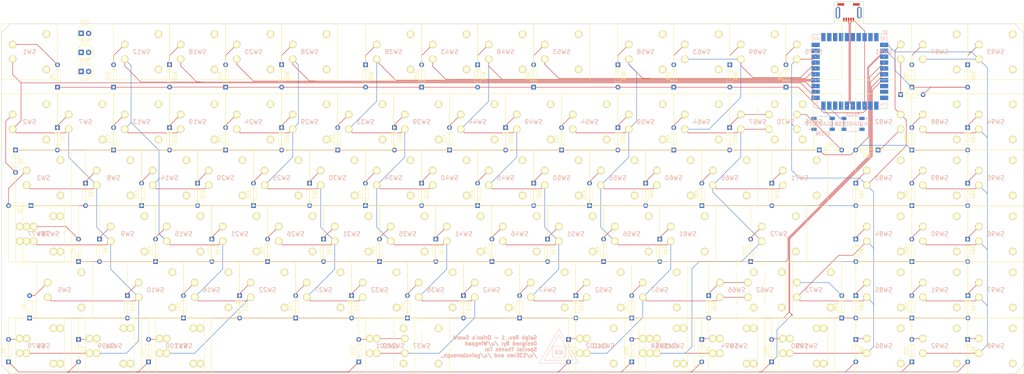
<source format=kicad_pcb>
(kicad_pcb (version 20221018) (generator pcbnew)
  (layers (0 "F.Cu" signal) (31 "B.Cu" signal) (34 "B.Paste" user) (35 "F.Paste" user) (36 "B.SilkS" user "B.Silkscreen") (37 "F.SilkS" user "F.Silkscreen") (38 "B.Mask" user) (39 "F.Mask" user) (44 "Edge.Cuts" user))
  (net 0 "")
  (net 1 "/R0")
  (net 2 "Net-(D1-A)")
  (net 3 "/R1")
  (net 4 "Net-(D2-A)")
  (net 5 "/R2")
  (net 6 "Net-(D3-A)")
  (net 7 "Net-(D4-A)")
  (net 8 "/R3")
  (net 9 "Net-(D5-A)")
  (net 10 "/R4")
  (net 11 "Net-(D6-A)")
  (net 12 "/R5")
  (net 13 "Net-(D7-K)")
  (net 14 "Net-(D8-K)")
  (net 15 "Net-(D9-K)")
  (net 16 "Net-(D10-K)")
  (net 17 "Net-(D11-K)")
  (net 18 "Net-(D12-A)")
  (net 19 "Net-(D13-A)")
  (net 20 "Net-(D14-A)")
  (net 21 "Net-(D15-A)")
  (net 22 "Net-(D16-A)")
  (net 23 "Net-(D17-A)")
  (net 24 "Net-(D18-K)")
  (net 25 "Net-(D19-K)")
  (net 26 "Net-(D20-K)")
  (net 27 "Net-(D21-K)")
  (net 28 "Net-(D22-K)")
  (net 29 "Net-(D23-A)")
  (net 30 "Net-(D24-A)")
  (net 31 "Net-(D25-A)")
  (net 32 "Net-(D26-A)")
  (net 33 "Net-(D27-A)")
  (net 34 "Net-(D28-K)")
  (net 35 "Net-(D29-K)")
  (net 36 "Net-(D30-K)")
  (net 37 "Net-(D31-K)")
  (net 38 "Net-(D32-K)")
  (net 39 "Net-(D33-A)")
  (net 40 "Net-(D34-A)")
  (net 41 "Net-(D35-A)")
  (net 42 "Net-(D36-A)")
  (net 43 "Net-(D37-A)")
  (net 44 "Net-(D38-K)")
  (net 45 "Net-(D39-K)")
  (net 46 "Net-(D40-K)")
  (net 47 "Net-(D41-K)")
  (net 48 "Net-(D42-K)")
  (net 49 "Net-(D43-A)")
  (net 50 "Net-(D44-A)")
  (net 51 "Net-(D45-A)")
  (net 52 "Net-(D46-A)")
  (net 53 "Net-(D47-A)")
  (net 54 "Net-(D48-K)")
  (net 55 "Net-(D49-K)")
  (net 56 "Net-(D50-K)")
  (net 57 "Net-(D51-K)")
  (net 58 "Net-(D52-K)")
  (net 59 "Net-(D53-A)")
  (net 60 "Net-(D54-A)")
  (net 61 "Net-(D55-A)")
  (net 62 "Net-(D56-A)")
  (net 63 "Net-(D57-A)")
  (net 64 "Net-(D58-K)")
  (net 65 "Net-(D59-K)")
  (net 66 "Net-(D60-K)")
  (net 67 "Net-(D61-K)")
  (net 68 "Net-(D62-K)")
  (net 69 "Net-(D63-A)")
  (net 70 "Net-(D64-A)")
  (net 71 "Net-(D65-A)")
  (net 72 "Net-(D66-A)")
  (net 73 "Net-(D67-A)")
  (net 74 "Net-(D68-A)")
  (net 75 "Net-(D69-K)")
  (net 76 "Net-(D70-K)")
  (net 77 "Net-(D71-K)")
  (net 78 "Net-(D72-A)")
  (net 79 "Net-(D73-K)")
  (net 80 "Net-(D74-K)")
  (net 81 "Net-(D75-A)")
  (net 88 "Net-(D80-A)")
  (net 89 "Net-(D81-K)")
  (net 90 "Net-(D82-K)")
  (net 91 "Net-(D83-K)")
  (net 92 "Net-(D84-K)")
  (net 93 "Net-(D85-K)")
  (net 94 "Net-(D86-K)")
  (net 95 "Net-(D87-A)")
  (net 96 "Net-(D88-A)")
  (net 97 "Net-(D89-A)")
  (net 98 "Net-(D90-A)")
  (net 99 "Net-(D91-A)")
  (net 100 "Net-(D92-A)")
  (net 101 "/C0")
  (net 102 "/C1")
  (net 103 "/C2")
  (net 104 "/C3")
  (net 105 "/C4")
  (net 106 "/C5")
  (net 107 "/C6")
  (net 108 "/C7")
  (net 109 "/C8")
  (net 110 "Net-(D93-K)")
  (net 111 "Net-(D94-K)")
  (net 112 "Net-(D95-K)")
  (net 113 "Net-(D96-K)")
  (net 114 "Net-(D97-K)")
  (net 115 "Net-(D98-K)")
  (net 116 "+5V")
  (net 117 "/USB_D-")
  (net 118 "/USB_D+")
  (net 120 "GND")
  (net 121 "/NRST")
  (net 138 "+3.3V")
  (net 141 "/BOOTSEL")
  (footprint "Diodes_ThroughHole:D_DO-35_SOD27_P7.62mm_Horizontal" (layer "F.Cu") (at 276.225 90.525 90)
    (fp_text reference "D66")
    (fp_text value "D")
  )
  (footprint "Diodes_ThroughHole:D_DO-35_SOD27_P7.62mm_Horizontal" (layer "F.Cu") (at 268.59 33.39)
    (fp_text reference "D67")
    (fp_text value "D")
  )
  (footprint "keyboard_parts:ALPS_PLATE" (layer "F.Cu") (at 240.506 80.9625)
    (fp_text reference "SW66")
    (fp_text value "SW_PUSH" hide)
  )
  (footprint "keyboard_parts:ALPS_PLATE" (layer "F.Cu") (at 247.65 23.8125)
    (fp_text reference "SW67")
    (fp_text value "SW_PUSH" hide)
  )
  (footprint "keyboard_parts:ALPS_PLATE" (layer "F.Cu") (at 266.7 80.9625)
    (fp_text reference "SW73")
    (fp_text value "SW_PUSH" hide)
  )
  (footprint "custom_parts:ALPS_PLATE_SPRING_PARTIAL" (layer "F.Cu") (at 266.7 23.8125)
    (fp_text reference "SW76")
    (fp_text value "SW_PUSH" hide)
  )
  (footprint "keyboard_parts:ALPS_PLATE" (layer "F.Cu") (at 2.3813 61.9125)
    (fp_text reference "SW77")
    (fp_text value "SW_PUSH" hide)
  )
  (footprint "Diodes_ThroughHole:D_DO-35_SOD27_P7.62mm_Horizontal" (layer "F.Cu") (at 9.525 12.025 90)
    (fp_text reference "D1")
    (fp_text value "D")
  )
  (footprint "Diodes_ThroughHole:D_DO-35_SOD27_P7.62mm_Horizontal" (layer "F.Cu") (at -4.75 33.39 -90)
    (fp_text reference "D2")
    (fp_text value "D")
  )
  (footprint "Diodes_ThroughHole:D_DO-35_SOD27_P7.62mm_Horizontal" (layer "F.Cu") (at 0.49 52.305 180)
    (fp_text reference "D3")
    (fp_text value "D")
  )
  (footprint "Diodes_ThroughHole:D_DO-35_SOD27_P7.62mm_Horizontal" (layer "F.Cu") (at 16.68 71.325 90)
    (fp_text reference "D4")
    (fp_text value "D")
  )
  (footprint "Diodes_ThroughHole:D_DO-35_SOD27_P7.62mm_Horizontal" (layer "F.Cu") (at 0.025 90.525 90)
    (fp_text reference "D5")
    (fp_text value "D")
  )
  (footprint "Diodes_ThroughHole:D_DO-35_SOD27_P7.62mm_Horizontal" (layer "F.Cu") (at -7.125 105.425 90)
    (fp_text reference "D6")
    (fp_text value "D")
  )
  (footprint "Diodes_ThroughHole:D_DO-35_SOD27_P7.62mm_Horizontal" (layer "F.Cu") (at 9.48 25.77 -90)
    (fp_text reference "D7")
    (fp_text value "D")
  )
  (footprint "Diodes_ThroughHole:D_DO-35_SOD27_P7.62mm_Horizontal" (layer "F.Cu") (at 19.05 44.685 -90)
    (fp_text reference "D8")
    (fp_text value "D")
  )
  (footprint "Diodes_ThroughHole:D_DO-35_SOD27_P7.62mm_Horizontal" (layer "F.Cu") (at 23.81 63.705 -90)
    (fp_text reference "D9")
    (fp_text value "D")
  )
  (footprint "Diodes_ThroughHole:D_DO-35_SOD27_P7.62mm_Horizontal" (layer "F.Cu") (at 33.3 82.905 -90)
    (fp_text reference "D10")
    (fp_text value "D")
  )
  (footprint "Diodes_ThroughHole:D_DO-35_SOD27_P7.62mm_Horizontal" (layer "F.Cu") (at 16.675 97.805 -90)
    (fp_text reference "D11")
    (fp_text value "D")
  )
  (footprint "Diodes_ThroughHole:D_DO-35_SOD27_P7.62mm_Horizontal" (layer "F.Cu") (at 28.6 12.025 90)
    (fp_text reference "D12")
    (fp_text value "D")
  )
  (footprint "Diodes_ThroughHole:D_DO-35_SOD27_P7.62mm_Horizontal" (layer "F.Cu") (at 28.6 33.39 90)
    (fp_text reference "D13")
    (fp_text value "D")
  )
  (footprint "Diodes_ThroughHole:D_DO-35_SOD27_P7.62mm_Horizontal" (layer "F.Cu") (at 38.12 52.305 90)
    (fp_text reference "D14")
    (fp_text value "D")
  )
  (footprint "Diodes_ThroughHole:D_DO-35_SOD27_P7.62mm_Horizontal" (layer "F.Cu") (at 42.875 71.325 90)
    (fp_text reference "D15")
    (fp_text value "D")
  )
  (footprint "Diodes_ThroughHole:D_DO-35_SOD27_P7.62mm_Horizontal" (layer "F.Cu") (at 52.35 90.525 90)
    (fp_text reference "D16")
    (fp_text value "D")
  )
  (footprint "Diodes_ThroughHole:D_DO-35_SOD27_P7.62mm_Horizontal" (layer "F.Cu") (at 40.475 105.425 90)
    (fp_text reference "D17")
    (fp_text value "D")
  )
  (footprint "Diodes_ThroughHole:D_DO-35_SOD27_P7.62mm_Horizontal" (layer "F.Cu") (at 47.625 4.375 -90)
    (fp_text reference "D18")
    (fp_text value "D")
  )
  (footprint "Diodes_ThroughHole:D_DO-35_SOD27_P7.62mm_Horizontal" (layer "F.Cu") (at 47.63 25.77 -90)
    (fp_text reference "D19")
    (fp_text value "D")
  )
  (footprint "Diodes_ThroughHole:D_DO-35_SOD27_P7.62mm_Horizontal" (layer "F.Cu") (at 57.175 44.685 -90)
    (fp_text reference "D20")
    (fp_text value "D")
  )
  (footprint "Diodes_ThroughHole:D_DO-35_SOD27_P7.62mm_Horizontal" (layer "F.Cu") (at 62 63.705 -90)
    (fp_text reference "D21")
    (fp_text value "D")
  )
  (footprint "Diodes_ThroughHole:D_DO-35_SOD27_P7.62mm_Horizontal" (layer "F.Cu") (at 71.45 82.905 -90)
    (fp_text reference "D22")
    (fp_text value "D")
  )
  (footprint "Diodes_ThroughHole:D_DO-35_SOD27_P7.62mm_Horizontal" (layer "F.Cu") (at 66.7 12.025 90)
    (fp_text reference "D23")
    (fp_text value "D")
  )
  (footprint "Diodes_ThroughHole:D_DO-35_SOD27_P7.62mm_Horizontal" (layer "F.Cu") (at 66.7 33.39 90)
    (fp_text reference "D24")
    (fp_text value "D")
  )
  (footprint "Diodes_ThroughHole:D_DO-35_SOD27_P7.62mm_Horizontal" (layer "F.Cu") (at 76.175 52.305 90)
    (fp_text reference "D25")
    (fp_text value "D")
  )
  (footprint "Diodes_ThroughHole:D_DO-35_SOD27_P7.62mm_Horizontal" (layer "F.Cu") (at 80.975 71.325 90)
    (fp_text reference "D26")
    (fp_text value "D")
  )
  (footprint "Diodes_ThroughHole:D_DO-35_SOD27_P7.62mm_Horizontal" (layer "F.Cu") (at 90.525 90.525 90)
    (fp_text reference "D27")
    (fp_text value "D")
  )
  (footprint "Diodes_ThroughHole:D_DO-35_SOD27_P7.62mm_Horizontal" (layer "F.Cu") (at 85.75 4.375 -90)
    (fp_text reference "D28")
    (fp_text value "D")
  )
  (footprint "Diodes_ThroughHole:D_DO-35_SOD27_P7.62mm_Horizontal" (layer "F.Cu") (at 85.75 25.77 -90)
    (fp_text reference "D29")
    (fp_text value "D")
  )
  (footprint "Diodes_ThroughHole:D_DO-35_SOD27_P7.62mm_Horizontal" (layer "F.Cu") (at 95.25 44.685 -90)
    (fp_text reference "D30")
    (fp_text value "D")
  )
  (footprint "Diodes_ThroughHole:D_DO-35_SOD27_P7.62mm_Horizontal" (layer "F.Cu") (at 100 63.705 -90)
    (fp_text reference "D31")
    (fp_text value "D")
  )
  (footprint "Diodes_ThroughHole:D_DO-35_SOD27_P7.62mm_Horizontal" (layer "F.Cu") (at 109.525 82.905 -90)
    (fp_text reference "D32")
    (fp_text value "D")
  )
  (footprint "Diodes_ThroughHole:D_DO-35_SOD27_P7.62mm_Horizontal" (layer "F.Cu") (at 104.82 33.39 90)
    (fp_text reference "D33")
    (fp_text value "D")
  )
  (footprint "Diodes_ThroughHole:D_DO-35_SOD27_P7.62mm_Horizontal" (layer "F.Cu") (at 114.22 52.305 90)
    (fp_text reference "D34")
    (fp_text value "D")
  )
  (footprint "Diodes_ThroughHole:D_DO-35_SOD27_P7.62mm_Horizontal" (layer "F.Cu") (at 119.025 71.325 90)
    (fp_text reference "D35")
    (fp_text value "D")
  )
  (footprint "Diodes_ThroughHole:D_DO-35_SOD27_P7.62mm_Horizontal" (layer "F.Cu") (at 128.525 90.525 90)
    (fp_text reference "D36")
    (fp_text value "D")
  )
  (footprint "Diodes_ThroughHole:D_DO-35_SOD27_P7.62mm_Horizontal" (layer "F.Cu") (at 111.975 105.425 90)
    (fp_text reference "D37")
    (fp_text value "D")
  )
  (footprint "Diodes_ThroughHole:D_DO-35_SOD27_P7.62mm_Horizontal" (layer "F.Cu") (at 114.29 4.405 -90)
    (fp_text reference "D38")
    (fp_text value "D")
  )
  (footprint "Diodes_ThroughHole:D_DO-35_SOD27_P7.62mm_Horizontal" (layer "F.Cu") (at 124.1 25.77 -90)
    (fp_text reference "D39")
    (fp_text value "D")
  )
  (footprint "Diodes_ThroughHole:D_DO-35_SOD27_P7.62mm_Horizontal" (layer "F.Cu") (at 133.35 44.685 -90)
    (fp_text reference "D40")
    (fp_text value "D")
  )
  (footprint "Diodes_ThroughHole:D_DO-35_SOD27_P7.62mm_Horizontal" (layer "F.Cu") (at 138.17 63.705 -90)
    (fp_text reference "D41")
    (fp_text value "D")
  )
  (footprint "Diodes_ThroughHole:D_DO-35_SOD27_P7.62mm_Horizontal" (layer "F.Cu") (at 147.575 82.905 -90)
    (fp_text reference "D42")
    (fp_text value "D")
  )
  (footprint "Diodes_ThroughHole:D_DO-35_SOD27_P7.62mm_Horizontal" (layer "F.Cu") (at 133.35 12.025 90)
    (fp_text reference "D43")
    (fp_text value "D")
  )
  (footprint "Diodes_ThroughHole:D_DO-35_SOD27_P7.62mm_Horizontal" (layer "F.Cu") (at 142.84 33.39 90)
    (fp_text reference "D44")
    (fp_text value "D")
  )
  (footprint "Diodes_ThroughHole:D_DO-35_SOD27_P7.62mm_Horizontal" (layer "F.Cu") (at 152.4 52.305 90)
    (fp_text reference "D45")
    (fp_text value "D")
  )
  (footprint "Diodes_ThroughHole:D_DO-35_SOD27_P7.62mm_Horizontal" (layer "F.Cu") (at 157.25 71.325 90)
    (fp_text reference "D46")
    (fp_text value "D")
  )
  (footprint "Diodes_ThroughHole:D_DO-35_SOD27_P7.62mm_Horizontal" (layer "F.Cu") (at 166.675 90.525 90)
    (fp_text reference "D47")
    (fp_text value "D")
  )
  (footprint "Diodes_ThroughHole:D_DO-35_SOD27_P7.62mm_Horizontal" (layer "F.Cu") (at 152.41 4.405 -90)
    (fp_text reference "D48")
    (fp_text value "D")
  )
  (footprint "Diodes_ThroughHole:D_DO-35_SOD27_P7.62mm_Horizontal" (layer "F.Cu") (at 161.91 25.77 -90)
    (fp_text reference "D49")
    (fp_text value "D")
  )
  (footprint "Diodes_ThroughHole:D_DO-35_SOD27_P7.62mm_Horizontal" (layer "F.Cu") (at 171.475 44.685 -90)
    (fp_text reference "D50")
    (fp_text value "D")
  )
  (footprint "Diodes_ThroughHole:D_DO-35_SOD27_P7.62mm_Horizontal" (layer "F.Cu") (at 176.2 63.705 -90)
    (fp_text reference "D51")
    (fp_text value "D")
  )
  (footprint "Diodes_ThroughHole:D_DO-35_SOD27_P7.62mm_Horizontal" (layer "F.Cu") (at 185.8 82.905 -90)
    (fp_text reference "D52")
    (fp_text value "D")
  )
  (footprint "Diodes_ThroughHole:D_DO-35_SOD27_P7.62mm_Horizontal" (layer "F.Cu") (at 171.45 12.025 90)
    (fp_text reference "D53")
    (fp_text value "D")
  )
  (footprint "Diodes_ThroughHole:D_DO-35_SOD27_P7.62mm_Horizontal" (layer "F.Cu") (at 180.96 33.39 90)
    (fp_text reference "D54")
    (fp_text value "D")
  )
  (footprint "Diodes_ThroughHole:D_DO-35_SOD27_P7.62mm_Horizontal" (layer "F.Cu") (at 190.45 52.305 90)
    (fp_text reference "D55")
    (fp_text value "D")
  )
  (footprint "Diodes_ThroughHole:D_DO-35_SOD27_P7.62mm_Horizontal" (layer "F.Cu") (at 195.25 71.325 90)
    (fp_text reference "D56")
    (fp_text value "D")
  )
  (footprint "Diodes_ThroughHole:D_DO-35_SOD27_P7.62mm_Horizontal" (layer "F.Cu") (at 204.8 90.525 90)
    (fp_text reference "D57")
    (fp_text value "D")
  )
  (footprint "Diodes_ThroughHole:D_DO-35_SOD27_P7.62mm_Horizontal" (layer "F.Cu") (at 200.1 4.405 -90)
    (fp_text reference "D58")
    (fp_text value "D")
  )
  (footprint "Diodes_ThroughHole:D_DO-35_SOD27_P7.62mm_Horizontal" (layer "F.Cu") (at 200.09 25.77 -90)
    (fp_text reference "D59")
    (fp_text value "D")
  )
  (footprint "Diodes_ThroughHole:D_DO-35_SOD27_P7.62mm_Horizontal" (layer "F.Cu") (at 209.55 44.685 -90)
    (fp_text reference "D60")
    (fp_text value "D")
  )
  (footprint "Diodes_ThroughHole:D_DO-35_SOD27_P7.62mm_Horizontal" (layer "F.Cu") (at 214.325 63.705 -90)
    (fp_text reference "D61")
    (fp_text value "D")
  )
  (footprint "Diodes_ThroughHole:D_DO-35_SOD27_P7.62mm_Horizontal" (layer "F.Cu") (at 230.975 82.905 -90)
    (fp_text reference "D62")
    (fp_text value "D")
  )
  (footprint "Diodes_ThroughHole:D_DO-35_SOD27_P7.62mm_Horizontal" (layer "F.Cu") (at 219.1 12.025 90)
    (fp_text reference "D63")
    (fp_text value "D")
  )
  (footprint "Diodes_ThroughHole:D_DO-35_SOD27_P7.62mm_Horizontal" (layer "F.Cu") (at 219.1 33.39 90)
    (fp_text reference "D64")
    (fp_text value "D")
  )
  (footprint "Diodes_ThroughHole:D_DO-35_SOD27_P7.62mm_Horizontal" (layer "F.Cu") (at 228.63 52.305 90)
    (fp_text reference "D65")
    (fp_text value "D")
  )
  (footprint "Diodes_ThroughHole:D_DO-35_SOD27_P7.62mm_Horizontal" (layer "F.Cu") (at 204.8 105.425 90)
    (fp_text reference "D68")
    (fp_text value "D")
  )
  (footprint "Diodes_ThroughHole:D_DO-35_SOD27_P7.62mm_Horizontal" (layer "F.Cu") (at 238.15 4.405 -90)
    (fp_text reference "D69")
    (fp_text value "D")
  )
  (footprint "Diodes_ThroughHole:D_DO-35_SOD27_P7.62mm_Horizontal" (layer "F.Cu") (at 238.09 25.77 -90)
    (fp_text reference "D70")
    (fp_text value "D")
  )
  (footprint "Diodes_ThroughHole:D_DO-35_SOD27_P7.62mm_Horizontal" (layer "F.Cu") (at 252.43 44.685 -90)
    (fp_text reference "D71")
    (fp_text value "D")
  )
  (footprint "Diodes_ThroughHole:D_DO-35_SOD27_P7.62mm_Horizontal" (layer "F.Cu") (at 245.25 71.325 90)
    (fp_text reference "D72")
    (fp_text value "D")
  )
  (footprint "Diodes_ThroughHole:D_DO-35_SOD27_P7.62mm_Horizontal" (layer "F.Cu") (at 228.625 97.805 -90)
    (fp_text reference "D74")
    (fp_text value "D")
  )
  (footprint "Diodes_ThroughHole:D_DO-35_SOD27_P7.62mm_Horizontal" (layer "F.Cu") (at 257.25 12.025 90)
    (fp_text reference "D75")
    (fp_text value "D")
  )
  (footprint "Diodes_ThroughHole:D_DO-35_SOD27_P7.62mm_Horizontal" (layer "F.Cu") (at 252.375 105.425 90)
    (fp_text reference "D80")
    (fp_text value "D")
  )
  (footprint "Diodes_ThroughHole:D_DO-35_SOD27_P7.62mm_Horizontal" (layer "F.Cu") (at 296.262 14.58)
    (fp_text reference "D81")
    (fp_text value "D")
  )
  (footprint "Diodes_ThroughHole:D_DO-35_SOD27_P7.62mm_Horizontal" (layer "F.Cu") (at 288.575 33.39 180)
    (fp_text reference "D82")
    (fp_text value "D")
  )
  (footprint "Diodes_ThroughHole:D_DO-35_SOD27_P7.62mm_Horizontal" (layer "F.Cu") (at 281 44.685 -90)
    (fp_text reference "D83")
    (fp_text value "D")
  )
  (footprint "Diodes_ThroughHole:D_DO-35_SOD27_P7.62mm_Horizontal" (layer "F.Cu") (at 281 63.705 -90)
    (fp_text reference "D84")
    (fp_text value "D")
  )
  (footprint "Diodes_ThroughHole:D_DO-35_SOD27_P7.62mm_Horizontal" (layer "F.Cu") (at 281 82.905 -90)
    (fp_text reference "D85")
    (fp_text value "D")
  )
  (footprint "Diodes_ThroughHole:D_DO-35_SOD27_P7.62mm_Horizontal" (layer "F.Cu") (at 281 97.805 -90)
    (fp_text reference "D86")
    (fp_text value "D")
  )
  (footprint "Diodes_ThroughHole:D_DO-35_SOD27_P7.62mm_Horizontal" (layer "F.Cu") (at 300.05 12.025 90)
    (fp_text reference "D87")
    (fp_text value "D")
  )
  (footprint "Diodes_ThroughHole:D_DO-35_SOD27_P7.62mm_Horizontal" (layer "F.Cu") (at 300.05 33.39 90)
    (fp_text reference "D88")
    (fp_text value "D")
  )
  (footprint "Diodes_ThroughHole:D_DO-35_SOD27_P7.62mm_Horizontal" (layer "F.Cu") (at 300.05 52.305 90)
    (fp_text reference "D89")
    (fp_text value "D")
  )
  (footprint "Diodes_ThroughHole:D_DO-35_SOD27_P7.62mm_Horizontal" (layer "F.Cu") (at 300.05 71.325 90)
    (fp_text reference "D90")
    (fp_text value "D")
  )
  (footprint "Diodes_ThroughHole:D_DO-35_SOD27_P7.62mm_Horizontal" (layer "F.Cu") (at 300.05 90.525 90)
    (fp_text reference "D91")
    (fp_text value "D")
  )
  (footprint "Diodes_ThroughHole:D_DO-35_SOD27_P7.62mm_Horizontal" (layer "F.Cu") (at 300.05 105.425 90)
    (fp_text reference "D92")
    (fp_text value "D")
  )
  (footprint "Diodes_ThroughHole:D_DO-35_SOD27_P7.62mm_Horizontal" (layer "F.Cu") (at 319.05 4.405 -90)
    (fp_text reference "D93")
    (fp_text value "D")
  )
  (footprint "Diodes_ThroughHole:D_DO-35_SOD27_P7.62mm_Horizontal" (layer "F.Cu") (at 319.05 25.77 -90)
    (fp_text reference "D94")
    (fp_text value "D")
  )
  (footprint "Diodes_ThroughHole:D_DO-35_SOD27_P7.62mm_Horizontal" (layer "F.Cu") (at 319.05 44.685 -90)
    (fp_text reference "D95")
    (fp_text value "D")
  )
  (footprint "Diodes_ThroughHole:D_DO-35_SOD27_P7.62mm_Horizontal" (layer "F.Cu") (at 319.05 63.705 -90)
    (fp_text reference "D96")
    (fp_text value "D")
  )
  (footprint "Diodes_ThroughHole:D_DO-35_SOD27_P7.62mm_Horizontal" (layer "F.Cu") (at 319.125 82.905 -90)
    (fp_text reference "D97")
    (fp_text value "D")
  )
  (footprint "Diodes_ThroughHole:D_DO-35_SOD27_P7.62mm_Horizontal" (layer "F.Cu") (at 319.05 97.805 -90)
    (fp_text reference "D98")
    (fp_text value "D")
  )
  (footprint "keyboard_parts:ALPS_PLATE" (layer "F.Cu") (at 0 0)
    (fp_text reference "SW1")
    (fp_text value "SW_PUSH" hide)
  )
  (footprint "keyboard_parts:ALPS_PLATE" (layer "F.Cu") (at 0 23.8125)
    (fp_text reference "SW2")
    (fp_text value "SW_PUSH" hide)
  )
  (footprint "keyboard_parts:ALPS_PLATE" (layer "F.Cu") (at 4.7625 42.8625)
    (fp_text reference "SW3")
    (fp_text value "SW_PUSH" hide)
  )
  (footprint "keyboard_parts:ALPS_PLATE" (layer "F.Cu") (at 4.7625 61.9125)
    (fp_text reference "SW4")
    (fp_text value "SW_PUSH" hide)
  )
  (footprint "keyboard_parts:ALPS_PLATE" (layer "F.Cu") (at 11.9062 80.9625)
    (fp_text reference "SW5")
    (fp_text value "SW_PUSH" hide)
  )
  (footprint "keyboard_parts:ALPS_PLATE" (layer "F.Cu") (at 4.7625 100.012)
    (fp_text reference "SW6")
    (fp_text value "SW_PUSH" hide)
  )
  (footprint "keyboard_parts:ALPS_PLATE" (layer "F.Cu") (at 19.05 23.8125)
    (fp_text reference "SW7")
    (fp_text value "SW_PUSH" hide)
  )
  (footprint "keyboard_parts:ALPS_PLATE" (layer "F.Cu") (at 28.575 42.8625)
    (fp_text reference "SW8")
    (fp_text value "SW_PUSH" hide)
  )
  (footprint "keyboard_parts:ALPS_PLATE" (layer "F.Cu") (at 33.3375 61.9125)
    (fp_text reference "SW9")
    (fp_text value "SW_PUSH" hide)
  )
  (footprint "keyboard_parts:ALPS_PLATE" (layer "F.Cu") (at 42.8625 80.9625)
    (fp_text reference "SW10")
    (fp_text value "SW_PUSH" hide)
  )
  (footprint "keyboard_parts:ALPS_PLATE" (layer "F.Cu") (at 28.575 100.012)
    (fp_text reference "SW11")
    (fp_text value "SW_PUSH" hide)
  )
  (footprint "keyboard_parts:ALPS_PLATE" (layer "F.Cu") (at 38.1 0)
    (fp_text reference "SW12")
    (fp_text value "SW_PUSH" hide)
  )
  (footprint "keyboard_parts:ALPS_PLATE" (layer "F.Cu") (at 38.1 23.8125)
    (fp_text reference "SW13")
    (fp_text value "SW_PUSH" hide)
  )
  (footprint "keyboard_parts:ALPS_PLATE" (layer "F.Cu") (at 47.625 42.8625)
    (fp_text reference "SW14")
    (fp_text value "SW_PUSH" hide)
  )
  (footprint "keyboard_parts:ALPS_PLATE" (layer "F.Cu") (at 52.3875 61.9125)
    (fp_text reference "SW15")
    (fp_text value "SW_PUSH" hide)
  )
  (footprint "keyboard_parts:ALPS_PLATE" (layer "F.Cu") (at 61.9125 80.9625)
    (fp_text reference "SW16")
    (fp_text value "SW_PUSH" hide)
  )
  (footprint "keyboard_parts:ALPS_PLATE" (layer "F.Cu") (at 52.3875 100.012)
    (fp_text reference "SW17")
    (fp_text value "SW_PUSH" hide)
  )
  (footprint "keyboard_parts:ALPS_PLATE" (layer "F.Cu") (at 57.15 0)
    (fp_text reference "SW18")
    (fp_text value "SW_PUSH" hide)
  )
  (footprint "keyboard_parts:ALPS_PLATE" (layer "F.Cu") (at 57.15 23.8125)
    (fp_text reference "SW19")
    (fp_text value "SW_PUSH" hide)
  )
  (footprint "keyboard_parts:ALPS_PLATE" (layer "F.Cu") (at 66.675 42.8625)
    (fp_text reference "SW20")
    (fp_text value "SW_PUSH" hide)
  )
  (footprint "keyboard_parts:ALPS_PLATE" (layer "F.Cu") (at 71.4375 61.9125)
    (fp_text reference "SW21")
    (fp_text value "SW_PUSH" hide)
  )
  (footprint "keyboard_parts:ALPS_PLATE" (layer "F.Cu") (at 80.9625 80.9625)
    (fp_text reference "SW22")
    (fp_text value "SW_PUSH" hide)
  )
  (footprint "keyboard_parts:ALPS_PLATE" (layer "F.Cu") (at 76.2 0)
    (fp_text reference "SW23")
    (fp_text value "SW_PUSH" hide)
  )
  (footprint "keyboard_parts:ALPS_PLATE" (layer "F.Cu") (at 76.2 23.8125)
    (fp_text reference "SW24")
    (fp_text value "SW_PUSH" hide)
  )
  (footprint "keyboard_parts:ALPS_PLATE" (layer "F.Cu") (at 85.725 42.8625)
    (fp_text reference "SW25")
    (fp_text value "SW_PUSH" hide)
  )
  (footprint "Diodes_ThroughHole:D_DO-35_SOD27_P7.62mm_Horizontal" (layer "F.Cu") (at 183.325 97.805 -90)
    (fp_text reference "D73")
    (fp_text value "D")
  )
  (footprint "keyboard_parts:ALPS_PLATE" (layer "F.Cu") (at 90.4875 61.9125)
    (fp_text reference "SW26")
    (fp_text value "SW_PUSH" hide)
  )
  (footprint "keyboard_parts:ALPS_PLATE" (layer "F.Cu") (at 2.3813 100.012)
    (fp_text reference "SW79")
    (fp_text value "SW_PUSH" hide)
  )
  (footprint "keyboard_parts:ALPS_PLATE" (layer "F.Cu") (at 100.012 80.9625)
    (fp_text reference "SW27")
    (fp_text value "SW_PUSH" hide)
  )
  (footprint "keyboard_parts:ALPS_PLATE" (layer "F.Cu") (at 26.1938 100.012)
    (fp_text reference "SW99")
    (fp_text value "SW_PUSH" hide)
  )
  (footprint "keyboard_parts:ALPS_PLATE" (layer "F.Cu") (at 95.25 0)
    (fp_text reference "SW28")
    (fp_text value "SW_PUSH" hide)
  )
  (footprint "keyboard_parts:ALPS_PLATE" (layer "F.Cu") (at 95.25 23.8125)
    (fp_text reference "SW29")
    (fp_text value "SW_PUSH" hide)
  )
  (footprint "keyboard_parts:ALPS_PLATE" (layer "F.Cu") (at 50.0062 100.012)
    (fp_text reference "SW100")
    (fp_text value "SW_PUSH" hide)
  )
  (footprint "keyboard_parts:ALPS_PLATE" (layer "F.Cu") (at 104.775 42.8625)
    (fp_text reference "SW30")
    (fp_text value "SW_PUSH" hide)
  )
  (footprint "keyboard_parts:ALPS_PLATE" (layer "F.Cu") (at 121.444 100.012)
    (fp_text reference "SW101")
    (fp_text value "SW_PUSH" hide)
  )
  (footprint "keyboard_parts:ALPS_PLATE" (layer "F.Cu") (at 109.538 61.9125)
    (fp_text reference "SW31")
    (fp_text value "SW_PUSH" hide)
  )
  (footprint "keyboard_parts:ALPS_PLATE" (layer "F.Cu") (at 119.062 80.9625)
    (fp_text reference "SW32")
    (fp_text value "SW_PUSH" hide)
  )
  (footprint "keyboard_parts:ALPS_PLATE" (layer "F.Cu") (at 192.881 100.012)
    (fp_text reference "SW102")
    (fp_text value "SW_PUSH" hide)
  )
  (footprint "keyboard_parts:ALPS_PLATE" (layer "F.Cu") (at 114.3 23.8125)
    (fp_text reference "SW33")
    (fp_text value "SW_PUSH" hide)
  )
  (footprint "keyboard_parts:ALPS_PLATE" (layer "F.Cu") (at 216.694 100.012)
    (fp_text reference "SW103")
    (fp_text value "SW_PUSH" hide)
  )
  (footprint "keyboard_parts:ALPS_PLATE" (layer "F.Cu") (at 123.825 42.8625)
    (fp_text reference "SW34")
    (fp_text value "SW_PUSH" hide)
  )
  (footprint "keyboard_parts:ALPS_PLATE" (layer "F.Cu") (at 240.506 100.012)
    (fp_text reference "SW104")
    (fp_text value "SW_PUSH" hide)
  )
  (footprint "keyboard_parts:ALPS_PLATE" (layer "F.Cu") (at 128.588 61.9125)
    (fp_text reference "SW35")
    (fp_text value "SW_PUSH" hide)
  )
  (footprint "keyboard_parts:ALPS_PLATE" (layer "F.Cu") (at 138.112 80.9625)
    (fp_text reference "SW36")
    (fp_text value "SW_PUSH" hide)
  )
  (footprint "keyboard_parts:ALPS_PLATE" (layer "F.Cu") (at 264.319 100.012)
    (fp_text reference "SW105")
    (fp_text value "SW_PUSH" hide)
  )
  (footprint "keyboard_parts:ALPS_PLATE" (layer "F.Cu") (at 133.35 100.012)
    (fp_text reference "SW37")
    (fp_text value "SW_PUSH" hide)
  )
  (footprint "keyboard_parts:ALPS_PLATE" (layer "F.Cu") (at 123.825 0)
    (fp_text reference "SW38")
    (fp_text value "SW_PUSH" hide)
  )
  (footprint "keyboard_parts:ALPS_PLATE" (layer "F.Cu") (at 133.35 23.8125)
    (fp_text reference "SW39")
    (fp_text value "SW_PUSH" hide)
  )
  (footprint "keyboard_parts:ALPS_PLATE" (layer "F.Cu") (at 142.875 42.8625)
    (fp_text reference "SW40")
    (fp_text value "SW_PUSH" hide)
  )
  (footprint "keyboard_parts:ALPS_PLATE" (layer "F.Cu") (at 147.638 61.9125)
    (fp_text reference "SW41")
    (fp_text value "SW_PUSH" hide)
  )
  (footprint "keyboard_parts:ALPS_PLATE" (layer "F.Cu") (at 157.162 80.9625)
    (fp_text reference "SW42")
    (fp_text value "SW_PUSH" hide)
  )
  (footprint "keyboard_parts:ALPS_PLATE" (layer "F.Cu") (at 142.875 0)
    (fp_text reference "SW43")
    (fp_text value "SW_PUSH" hide)
  )
  (footprint "keyboard_parts:ALPS_PLATE" (layer "F.Cu") (at 152.4 23.8125)
    (fp_text reference "SW44")
    (fp_text value "SW_PUSH" hide)
  )
  (footprint "keyboard_parts:ALPS_PLATE" (layer "F.Cu") (at 161.925 42.8625)
    (fp_text reference "SW45")
    (fp_text value "SW_PUSH" hide)
  )
  (footprint "keyboard_parts:ALPS_PLATE" (layer "F.Cu") (at 166.688 61.9125)
    (fp_text reference "SW46")
    (fp_text value "SW_PUSH" hide)
  )
  (footprint "keyboard_parts:ALPS_PLATE" (layer "F.Cu") (at 176.212 80.9625)
    (fp_text reference "SW47")
    (fp_text value "SW_PUSH" hide)
  )
  (footprint "keyboard_parts:ALPS_PLATE" (layer "F.Cu") (at 161.925 0)
    (fp_text reference "SW48")
    (fp_text value "SW_PUSH" hide)
  )
  (footprint "keyboard_parts:ALPS_PLATE" (layer "F.Cu") (at 171.45 23.8125)
    (fp_text reference "SW49")
    (fp_text value "SW_PUSH" hide)
  )
  (footprint "keyboard_parts:ALPS_PLATE" (layer "F.Cu") (at 180.975 42.8625)
    (fp_text reference "SW50")
    (fp_text value "SW_PUSH" hide)
  )
  (footprint "keyboard_parts:ALPS_PLATE" (layer "F.Cu") (at 185.738 61.9125)
    (fp_text reference "SW51")
    (fp_text value "SW_PUSH" hide)
  )
  (footprint "keyboard_parts:ALPS_PLATE" (layer "F.Cu") (at 195.262 80.9625)
    (fp_text reference "SW52")
    (fp_text value "SW_PUSH" hide)
  )
  (footprint "keyboard_parts:ALPS_PLATE" (layer "F.Cu") (at 180.975 0)
    (fp_text reference "SW53")
    (fp_text value "SW_PUSH" hide)
  )
  (footprint "keyboard_parts:ALPS_PLATE" (layer "F.Cu") (at 190.5 23.8125)
    (fp_text reference "SW54")
    (fp_text value "SW_PUSH" hide)
  )
  (footprint "keyboard_parts:ALPS_PLATE" (layer "F.Cu") (at 200.025 42.8625)
    (fp_text reference "SW55")
    (fp_text value "SW_PUSH" hide)
  )
  (footprint "keyboard_parts:ALPS_PLATE" (layer "F.Cu") (at 204.788 61.9125)
    (fp_text reference "SW56")
    (fp_text value "SW_PUSH" hide)
  )
  (footprint "keyboard_parts:ALPS_PLATE" (layer "F.Cu") (at 214.312 80.9625)
    (fp_text reference "SW57")
    (fp_text value "SW_PUSH" hide)
  )
  (footprint "keyboard_parts:ALPS_PLATE" (layer "F.Cu") (at 209.55 0)
    (fp_text reference "SW58")
    (fp_text value "SW_PUSH" hide)
  )
  (footprint "keyboard_parts:ALPS_PLATE" (layer "F.Cu") (at 209.55 23.8125)
    (fp_text reference "SW59")
    (fp_text value "SW_PUSH" hide)
  )
  (footprint "keyboard_parts:ALPS_PLATE" (layer "F.Cu") (at 219.075 42.8625)
    (fp_text reference "SW60")
    (fp_text value "SW_PUSH" hide)
  )
  (footprint "keyboard_parts:ALPS_PLATE" (layer "F.Cu") (at 223.838 61.9125)
    (fp_text reference "SW61")
    (fp_text value "SW_PUSH" hide)
  )
  (footprint "keyboard_parts:ALPS_PLATE" (layer "F.Cu") (at 250.031 80.9625)
    (fp_text reference "SW62")
    (fp_text value "SW_PUSH" hide)
  )
  (footprint "keyboard_parts:ALPS_PLATE" (layer "F.Cu") (at 228.6 0)
    (fp_text reference "SW63")
    (fp_text value "SW_PUSH" hide)
  )
  (footprint "keyboard_parts:ALPS_PLATE" (layer "F.Cu") (at 228.6 23.8125)
    (fp_text reference "SW64")
    (fp_text value "SW_PUSH" hide)
  )
  (footprint "keyboard_parts:ALPS_PLATE" (layer "F.Cu") (at 238.125 42.8625)
    (fp_text reference "SW65")
    (fp_text value "SW_PUSH" hide)
  )
  (footprint "keyboard_parts:ALPS_PLATE" (layer "F.Cu") (at 214.312 100.012)
    (fp_text reference "SW68")
    (fp_text value "SW_PUSH" hide)
  )
  (footprint "keyboard_parts:ALPS_PLATE" (layer "F.Cu") (at 247.65 0)
    (fp_text reference "SW69")
    (fp_text value "SW_PUSH" hide)
  )
  (footprint "keyboard_parts:ALPS_PLATE" (layer "F.Cu") (at 257.175 23.8125)
    (fp_text reference "SW70")
    (fp_text value "SW_PUSH" hide)
  )
  (footprint "keyboard_parts:ALPS_PLATE" (layer "F.Cu") (at 261.938 42.8625)
    (fp_text reference "SW71")
    (fp_text value "SW_PUSH" hide)
  )
  (footprint "keyboard_parts:ALPS_PLATE" (layer "F.Cu") (at 254.794 61.9125)
    (fp_text reference "SW72")
    (fp_text value "SW_PUSH" hide)
  )
  (footprint "keyboard_parts:ALPS_PLATE" (layer "F.Cu") (at 238.125 100.012)
    (fp_text reference "SW74")
    (fp_text value "SW_PUSH" hide)
  )
  (footprint "custom_parts:ALPS_PLATE_SPRING_PARTIAL" (layer "F.Cu") (at 266.7 0)
    (fp_text reference "SW75")
    (fp_text value "SW_PUSH" hide)
  )
  (footprint "keyboard_parts:ALPS_PLATE" (layer "F.Cu") (at 261.938 100.012)
    (fp_text reference "SW80")
    (fp_text value "SW_PUSH" hide)
  )
  (footprint "custom_parts:ALPS_PLATE_SPRING_PARTIAL" (layer "F.Cu") (at 290.512 0 180)
    (fp_text reference "SW81")
    (fp_text value "SW_PUSH" hide)
  )
  (footprint "custom_parts:ALPS_PLATE_SPRING_PARTIAL" (layer "F.Cu") (at 290.512 23.8125 180)
    (fp_text reference "SW82")
    (fp_text value "SW_PUSH" hide)
  )
  (footprint "keyboard_parts:ALPS_PLATE" (layer "F.Cu") (at 290.512 42.8625)
    (fp_text reference "SW83")
    (fp_text value "SW_PUSH" hide)
  )
  (footprint "keyboard_parts:ALPS_PLATE" (layer "F.Cu") (at 290.512 61.9125)
    (fp_text reference "SW84")
    (fp_text value "SW_PUSH" hide)
  )
  (footprint "keyboard_parts:ALPS_PLATE" (layer "F.Cu") (at 290.512 80.9625)
    (fp_text reference "SW85")
    (fp_text value "SW_PUSH" hide)
  )
  (footprint "keyboard_parts:ALPS_PLATE" (layer "F.Cu") (at 290.512 100.012)
    (fp_text reference "SW86")
    (fp_text value "SW_PUSH" hide)
  )
  (footprint "keyboard_parts:ALPS_PLATE" (layer "F.Cu") (at 309.562 0)
    (fp_text reference "SW87")
    (fp_text value "SW_PUSH" hide)
  )
  (footprint "keyboard_parts:ALPS_PLATE" (layer "F.Cu") (at 309.562 23.8125)
    (fp_text reference "SW88")
    (fp_text value "SW_PUSH" hide)
  )
  (footprint "keyboard_parts:ALPS_PLATE" (layer "F.Cu") (at 309.562 42.8625)
    (fp_text reference "SW89")
    (fp_text value "SW_PUSH" hide)
  )
  (footprint "keyboard_parts:ALPS_PLATE" (layer "F.Cu") (at 309.562 61.9125)
    (fp_text reference "SW90")
    (fp_text value "SW_PUSH" hide)
  )
  (footprint "keyboard_parts:ALPS_PLATE" (layer "F.Cu") (at 309.562 80.9625)
    (fp_text reference "SW91")
    (fp_text value "SW_PUSH" hide)
  )
  (footprint "keyboard_parts:ALPS_PLATE" (layer "F.Cu") (at 309.562 100.012)
    (fp_text reference "SW92")
    (fp_text value "SW_PUSH" hide)
  )
  (footprint "keyboard_parts:ALPS_PLATE" (layer "F.Cu") (at 328.612 0)
    (fp_text reference "SW93")
    (fp_text value "SW_PUSH" hide)
  )
  (footprint "keyboard_parts:ALPS_PLATE" (layer "F.Cu") (at 328.612 23.8125)
    (fp_text reference "SW94")
    (fp_text value "SW_PUSH" hide)
  )
  (footprint "keyboard_parts:ALPS_PLATE" (layer "F.Cu") (at 328.612 42.8625)
    (fp_text reference "SW95")
    (fp_text value "SW_PUSH" hide)
  )
  (footprint "keyboard_parts:ALPS_PLATE" (layer "F.Cu") (at 328.612 61.9125)
    (fp_text reference "SW96")
    (fp_text value "SW_PUSH" hide)
  )
  (footprint "keyboard_parts:ALPS_PLATE" (layer "F.Cu") (at 328.612 80.9625)
    (fp_text reference "SW97")
    (fp_text value "SW_PUSH" hide)
  )
  (footprint "keyboard_parts:ALPS_PLATE" (layer "F.Cu") (at 328.612 100.012)
    (fp_text reference "SW98")
    (fp_text value "SW_PUSH" hide)
  )
  (footprint "keyboard_parts:ALPS_PLATE_PLATE" (layer "F.Cu") (at 7.1438 61.9125)
    (fp_text reference "SW78")
    (fp_text value "SW_PUSH" hide)
  )
  (footprint "keyboard_parts:ALPS_PLATE_PLATE" (layer "F.Cu") (at 123.825 100.012)
    (fp_text reference "SW109")
    (fp_text value "SW_PUSH" hide)
  )
  (footprint "keyboard_parts:ALPS_PLATE_PLATE" (layer "F.Cu") (at 195.262 100.012)
    (fp_text reference "SW110")
    (fp_text value "SW_PUSH" hide)
  )
  (footprint "keyboard_parts:ALPS_PLATE_PLATE" (layer "F.Cu") (at 219.075 100.012)
    (fp_text reference "SW111")
    (fp_text value "SW_PUSH" hide)
  )
  (footprint "LED_THT:LED_D5.0mm" (layer "F.Cu") (at 17.5514 -6.2738)
    (fp_text reference "D76")
    (fp_text value "LED")
  )
  (footprint "LED_THT:LED_D5.0mm" (layer "F.Cu") (at 17.5514 0.2032)
    (fp_text reference "D77")
    (fp_text value "LED")
  )
  (footprint "LED_THT:LED_D5.0mm" (layer "F.Cu") (at 17.5514 6.6802)
    (fp_text reference "D78")
    (fp_text value "LED")
  )
  (footprint "keyboard_parts:USB_miniB_hirose_5S8" (layer "F.Cu") (at 278.562 -10.922 180)
    (fp_text reference "J1" hide)
    (fp_text value "USB_mini_micro_B" hide)
  )
  (footprint "keyboard_parts:illuminalpsi" (layer "B.Cu") (at 180.035 101.981 180)
    (fp_text reference "M1" hide)
    (fp_text value "MISC" hide)
  )
  (footprint "custom_parts:Switch_ALPS_SKQGABE010" (layer "B.Cu") (at 280 24.5 180)
    (fp_text reference "SW112")
    (fp_text value "SKQGABE010")
  )
  (footprint "RP2040_Stamp:RP2040_Stamp_SMD" (layer "B.Cu") (at 278.987 6.65)
    (fp_text reference "U1")
    (fp_text value "RP2040_Stamp")
  )
  (footprint "custom_parts:Switch_ALPS_SKQGABE010" (layer "B.Cu") (at 269.8875 24.5)
    (fp_text reference "SW108")
    (fp_text value "SKQGABE010")
  )
  (gr_line (start -6.525 -9.525) (end 273.60625 -9.525) (stroke (width 0.15)) (layer "Edge.Cuts"))
  (gr_line (start -9.525 -6.525) (end -6.525 -9.525) (stroke (width 0.15)) (layer "Edge.Cuts"))
  (gr_line (start 273.60625 -17.025) (end 283.60625 -17.025) (stroke (width 0.15)) (layer "Edge.Cuts"))
  (gr_line (start -9.525 106.5375) (end -6.525 109.5375) (stroke (width 0.15)) (layer "Edge.Cuts"))
  (gr_line (start 283.60625 -17.025) (end 283.60625 -9.525) (stroke (width 0.15)) (layer "Edge.Cuts"))
  (gr_line (start 335.1375 109.5375) (end -6.525 109.5375) (stroke (width 0.15)) (layer "Edge.Cuts"))
  (gr_line (start 335.1375 109.5375) (end 338.1375 106.5375) (stroke (width 0.15)) (layer "Edge.Cuts"))
  (gr_line (start 338.1375 -6.525) (end 338.1375 106.5375) (stroke (width 0.15)) (layer "Edge.Cuts"))
  (gr_line (start 335.1375 -9.525) (end 338.1375 -6.525) (stroke (width 0.15)) (layer "Edge.Cuts"))
  (gr_line (start 273.60625 -9.525) (end 273.60625 -17.025) (stroke (width 0.15)) (layer "Edge.Cuts"))
  (gr_line (start -9.525 -6.525) (end -9.525 106.5375) (stroke (width 0.15)) (layer "Edge.Cuts"))
  (gr_line (start 283.60625 -9.525) (end 335.1375 -9.525) (stroke (width 0.15)) (layer "Edge.Cuts"))
  (gr_text "Saiph Rev. 1 - Orion's Sword\nDesigned By: /u/Wingpad\nSpecial Thanks To:\n/u/E3Eves and /u/gainsborough_" (at 172.7708 100.203) (layer "B.SilkS") (effects (font (size 1.246 1.246) (thickness 0.3)) (justify left mirror)))
  (segment (start 257.25 12.025) (end 261.475 12.025) (width 0.1524) (layer "F.Cu") (net 1))
  (segment (start 66.7 12.025) (end 257.25 12.025) (width 0.1524) (layer "F.Cu") (net 1))
  (segment (start 28.6 12.025) (end 47.595 12.025) (width 0.1524) (layer "F.Cu") (net 1))
  (segment (start 66.67 11.995) (end 66.7 12.025) (width 0.1524) (layer "F.Cu") (net 1))
  (segment (start 9.525 12.025) (end 28.6 12.025) (width 0.1524) (layer "F.Cu") (net 1))
  (segment (start 270.2 20.75) (end 283.5 20.75) (width 0.1524) (layer "F.Cu") (net 1))
  (segment (start 319.05 12.025) (end 306.437 12.025) (width 0.1524) (layer "F.Cu") (net 1))
  (segment (start 261.475 12.025) (end 270.2 20.75) (width 0.1524) (layer "F.Cu") (net 1))
  (segment (start 290.637 -0.35) (end 285 5.287) (width 0.1524) (layer "F.Cu") (net 1))
  (segment (start 306.437 12.025) (end 303.882 14.58) (width 0.1524) (layer "F.Cu") (net 1))
  (segment (start 285 19.25) (end 283.5 20.75) (width 0.1524) (layer "F.Cu") (net 1))
  (segment (start 47.625 11.995) (end 66.67 11.995) (width 0.1524) (layer "F.Cu") (net 1))
  (segment (start 300.05 12.025) (end 319.05 12.025) (width 0.1524) (layer "F.Cu") (net 1))
  (segment (start 285 5.287) (end 285 19.25) (width 0.1524) (layer "F.Cu") (net 1))
  (segment (start 47.595 12.025) (end 47.625 11.995) (width 0.1524) (layer "F.Cu") (net 1))
  (via (at 290.637 -0.35) (size 0.6) (drill 0.3) (layers "F.Cu" "B.Cu") (net 1))
  (segment (start 294.33 6.305) (end 300.05 12.025) (width 0.1524) (layer "B.Cu") (net 1))
  (segment (start 291.2442 -0.35) (end 294.33 2.7358) (width 0.1524) (layer "B.Cu") (net 1))
  (segment (start 290.637 -0.35) (end 291.2442 -0.35) (width 0.1524) (layer "B.Cu") (net 1))
  (segment (start 294.33 2.7358) (end 294.33 6.305) (width 0.1524) (layer "B.Cu") (net 1))
  (segment (start 2.62 -2.5) (end 9.525 4.405) (width 0.1524) (layer "F.Cu") (net 2))
  (segment (start -5.75 -2.5) (end 2.62 -2.5) (width 0.1524) (layer "F.Cu") (net 2))
  (segment (start 289.068052 1.65) (end 285.359026 5.359026) (width 0.1524) (layer "F.Cu") (net 3))
  (segment (start 142.84 33.39) (end 161.91 33.39) (width 0.1524) (layer "F.Cu") (net 3))
  (segment (start 219.1 33.39) (end 238.09 33.39) (width 0.1524) (layer "F.Cu") (net 3))
  (segment (start 85.75 33.39) (end 104.82 33.39) (width 0.1524) (layer "F.Cu") (net 3))
  (segment (start 161.91 33.39) (end 180.96 33.39) (width 0.1524) (layer "F.Cu") (net 3))
  (segment (start 180.96 33.39) (end 200.09 33.39) (width 0.1524) (layer "F.Cu") (net 3))
  (segment (start 300.05 33.39) (end 319.05 33.39) (width 0.1524) (layer "F.Cu") (net 3))
  (segment (start 28.6 33.39) (end 47.63 33.39) (width 0.1524) (layer "F.Cu") (net 3))
  (segment (start 238.09 33.39) (end 268.59 33.39) (width 0.1524) (layer "F.Cu") (net 3))
  (segment (start 285.359026 28.985974) (end 280.955 33.39) (width 0.1524) (layer "F.Cu") (net 3))
  (segment (start 268.59 33.39) (end 270.22 35.02) (width 0.1524) (layer "F.Cu") (net 3))
  (segment (start 290.637 1.65) (end 289.068052 1.65) (width 0.1524) (layer "F.Cu") (net 3))
  (segment (start 66.7 33.39) (end 85.75 33.39) (width 0.1524) (layer "F.Cu") (net 3))
  (segment (start 200.09 33.39) (end 219.1 33.39) (width 0.1524) (layer "F.Cu") (net 3))
  (segment (start 270.22 35.02) (end 279.325 35.02) (width 0.1524) (layer "F.Cu") (net 3))
  (segment (start 279.325 35.02) (end 280.955 33.39) (width 0.1524) (layer "F.Cu") (net 3))
  (segment (start 28.6 33.39) (end 9.48 33.39) (width 0.1524) (layer "F.Cu") (net 3))
  (segment (start -4.75 33.39) (end 9.48 33.39) (width 0.1524) (layer "F.Cu") (net 3))
  (segment (start 47.63 33.39) (end 66.7 33.39) (width 0.1524) (layer "F.Cu") (net 3))
  (segment (start 124.1 33.39) (end 142.84 33.39) (width 0.1524) (layer "F.Cu") (net 3))
  (segment (start 104.82 33.39) (end 124.1 33.39) (width 0.1524) (layer "F.Cu") (net 3))
  (segment (start 285.359026 5.359026) (end 285.359026 28.985974) (width 0.1524) (layer "F.Cu") (net 3))
  (via (at 290.637 1.65) (size 0.6) (drill 0.3) (layers "F.Cu" "B.Cu") (net 3))
  (segment (start 298.45 31.79) (end 300.05 33.39) (width 0.1524) (layer "B.Cu") (net 3))
  (segment (start 282.555 31.79) (end 298.45 31.79) (width 0.1524) (layer "B.Cu") (net 3))
  (segment (start 280.955 33.39) (end 282.555 31.79) (width 0.1524) (layer "B.Cu") (net 3))
  (segment (start -8.08 23.6425) (end -8.08 37.68) (width 0.1524) (layer "F.Cu") (net 4))
  (segment (start -5.75 21.3125) (end -8.08 23.6425) (width 0.1524) (layer "F.Cu") (net 4))
  (segment (start -8.08 37.68) (end -4.75 41.01) (width 0.1524) (layer "F.Cu") (net 4))
  (segment (start 152.4 52.305) (end 171.475 52.305) (width 0.1524) (layer "F.Cu") (net 5))
  (segment (start 285.699552 35.120448) (end 285.699552 8.587448) (width 0.1524) (layer "F.Cu") (net 5))
  (segment (start 190.45 52.305) (end 209.55 52.305) (width 0.1524) (layer "F.Cu") (net 5))
  (segment (start 19.05 52.305) (end 0.49 52.305) (width 0.1524) (layer "F.Cu") (net 5))
  (segment (start 209.55 52.305) (end 228.63 52.305) (width 0.1524) (layer "F.Cu") (net 5))
  (segment (start 95.25 52.305) (end 114.22 52.305) (width 0.1524) (layer "F.Cu") (net 5))
  (segment (start 38.12 52.305) (end 57.175 52.305) (width 0.1524) (layer "F.Cu") (net 5))
  (segment (start 19.05 52.305) (end 38.12 52.305) (width 0.1524) (layer "F.Cu") (net 5))
  (segment (start 319.05 52.305) (end 300.05 52.305) (width 0.1524) (layer "F.Cu") (net 5))
  (segment (start 300.05 52.305) (end 281 52.305) (width 0.1524) (layer "F.Cu") (net 5))
  (segment (start 57.175 52.305) (end 76.175 52.305) (width 0.1524) (layer "F.Cu") (net 5))
  (segment (start 76.175 52.305) (end 95.25 52.305) (width 0.1524) (layer "F.Cu") (net 5))
  (segment (start 228.63 52.305) (end 252.43 52.305) (width 0.1524) (layer "F.Cu") (net 5))
  (segment (start 285.699552 8.587448) (end 290.637 3.65) (width 0.1524) (layer "F.Cu") (net 5))
  (segment (start 171.475 52.305) (end 190.45 52.305) (width 0.1524) (layer "F.Cu") (net 5))
  (segment (start 252.43 52.305) (end 268.515 52.305) (width 0.1524) (layer "F.Cu") (net 5))
  (segment (start 114.22 52.305) (end 133.35 52.305) (width 0.1524) (layer "F.Cu") (net 5))
  (segment (start 268.515 52.305) (end 285.699552 35.120448) (width 0.1524) (layer "F.Cu") (net 5))
  (segment (start 133.35 52.305) (end 152.4 52.305) (width 0.1524) (layer "F.Cu") (net 5))
  (via (at 290.637 3.65) (size 0.6) (drill 0.3) (layers "F.Cu" "B.Cu") (net 5))
  (segment (start 281 52.305) (end 252.43 52.305) (width 0.1524) (layer "B.Cu") (net 5))
  (segment (start -0.9875 40.3625) (end -7.13 46.505) (width 0.1524) (layer "F.Cu") (net 6))
  (segment (start -7.13 46.505) (end -7.13 52.305) (width 0.1524) (layer "F.Cu") (net 6))
  (segment (start 12.3875 59.4125) (end 16.68 63.705) (width 0.1524) (layer "F.Cu") (net 7))
  (segment (start 1.3938 59.4125) (end -3.3687 59.4125) (width 0.1524) (layer "F.Cu") (net 7))
  (segment (start 1.3938 59.4125) (end 12.3875 59.4125) (width 0.1524) (layer "F.Cu") (net 7))
  (segment (start 23.81 71.325) (end 16.68 71.325) (width 0.1524) (layer "F.Cu") (net 8))
  (segment (start 157.25 71.325) (end 138.17 71.325) (width 0.1524) (layer "F.Cu") (net 8))
  (segment (start 257.1302 71.325) (end 257.9452 70.51) (width 0.1524) (layer "F.Cu") (net 8))
  (segment (start 257.9452 63.305852) (end 286.004352 35.2467) (width 0.1524) (layer "F.Cu") (net 8))
  (segment (start 176.2 71.325) (end 157.25 71.325) (width 0.1524) (layer "F.Cu") (net 8))
  (segment (start 214.325 71.325) (end 195.25 71.325) (width 0.1524) (layer "F.Cu") (net 8))
  (segment (start 100 71.325) (end 62 71.325) (width 0.1524) (layer "F.Cu") (net 8))
  (segment (start 245.25 71.325) (end 214.325 71.325) (width 0.1524) (layer "F.Cu") (net 8))
  (segment (start 62 71.325) (end 42.875 71.325) (width 0.1524) (layer "F.Cu") (net 8))
  (segment (start 42.875 71.325) (end 23.81 71.325) (width 0.1524) (layer "F.Cu") (net 8))
  (segment (start 195.25 71.325) (end 176.2 71.325) (width 0.1524) (layer "F.Cu") (net 8))
  (segment (start 257.9452 70.51) (end 257.9452 63.305852) (width 0.1524) (layer "F.Cu") (net 8))
  (segment (start 245.25 71.325) (end 257.1302 71.325) (width 0.1524) (layer "F.Cu") (net 8))
  (segment (start 138.17 71.325) (end 119.025 71.325) (width 0.1524) (layer "F.Cu") (net 8))
  (segment (start 281 71.325) (end 300.05 71.325) (width 0.1524) (layer "F.Cu") (net 8))
  (segment (start 119.025 71.325) (end 100 71.325) (width 0.1524) (layer "F.Cu") (net 8))
  (segment (start 286.004352 10.282648) (end 290.637 5.65) (width 0.1524) (layer "F.Cu") (net 8))
  (segment (start 319.05 71.325) (end 300.05 71.325) (width 0.1524) (layer "F.Cu") (net 8))
  (segment (start 286.004352 35.2467) (end 286.004352 10.282648) (width 0.1524) (layer "F.Cu") (net 8))
  (via (at 290.637 5.65) (size 0.6) (drill 0.3) (layers "F.Cu" "B.Cu") (net 8))
  (segment (start 245.25 71.325) (end 281 71.325) (width 0.1524) (layer "B.Cu") (net 8))
  (segment (start 0.025 82.905) (end 1.7137 82.905) (width 0.1524) (layer "F.Cu") (net 9))
  (segment (start 1.7137 82.905) (end 6.1562 78.4625) (width 0.1524) (layer "F.Cu") (net 9))
  (segment (start 33.3 90.525) (end 52.35 90.525) (width 0.1524) (layer "F.Cu") (net 10))
  (segment (start 204.8 90.525) (end 230.975 90.525) (width 0.1524) (layer "F.Cu") (net 10))
  (segment (start 147.575 90.525) (end 166.675 90.525) (width 0.1524) (layer "F.Cu") (net 10))
  (segment (start 0.025 90.525) (end 33.3 90.525) (width 0.1524) (layer "F.Cu") (net 10))
  (segment (start 276.225 90.525) (end 281 90.525) (width 0.1524) (layer "F.Cu") (net 10))
  (segment (start 300.05 90.525) (end 319.125 90.525) (width 0.1524) (layer "F.Cu") (net 10))
  (segment (start 52.35 90.525) (end 71.45 90.525) (width 0.1524) (layer "F.Cu") (net 10))
  (segment (start 185.8 90.525) (end 204.8 90.525) (width 0.1524) (layer "F.Cu") (net 10))
  (segment (start 71.45 90.525) (end 90.525 90.525) (width 0.1524) (layer "F.Cu") (net 10))
  (segment (start 286.309152 33.5) (end 286.309152 33.940848) (width 0.1524) (layer "F.Cu") (net 10))
  (segment (start 286.309152 33.5) (end 286.309152 35.372952) (width 0.1524) (layer "F.Cu") (net 10))
  (segment (start 290.637 7.65) (end 286.309152 11.977848) (width 0.1524) (layer "F.Cu") (net 10))
  (segment (start 286.309152 11.977848) (end 286.309152 33.5) (width 0.1524) (layer "F.Cu") (net 10))
  (segment (start 286.309152 35.372952) (end 258.25 63.432104) (width 0.1524) (layer "F.Cu") (net 10))
  (segment (start 258.25 88.65) (end 256.375 90.525) (width 0.1524) (layer "F.Cu") (net 10))
  (segment (start 256.375 90.525) (end 230.975 90.525) (width 0.1524) (layer "F.Cu") (net 10))
  (segment (start 90.525 90.525) (end 109.525 90.525) (width 0.1524) (layer "F.Cu") (net 10))
  (segment (start 281 90.525) (end 300.05 90.525) (width 0.1524) (layer "F.Cu") (net 10))
  (segment (start 128.525 90.525) (end 147.575 90.525) (width 0.1524) (layer "F.Cu") (net 10))
  (segment (start 276.225 90.525) (end 256.375 90.525) (width 0.1524) (layer "F.Cu") (net 10))
  (segment (start 258.25 63.432104) (end 258.25 88.65) (width 0.1524) (layer "F.Cu") (net 10))
  (segment (start 166.675 90.525) (end 185.8 90.525) (width 0.1524) (layer "F.Cu") (net 10))
  (segment (start 109.525 90.525) (end 128.525 90.525) (width 0.1524) (layer "F.Cu") (net 10))
  (via (at 290.637 7.65) (size 0.6) (drill 0.3) (layers "F.Cu" "B.Cu") (net 10))
  (segment (start -3.6617 97.805) (end -3.3687 97.512) (width 0.1524) (layer "F.Cu") (net 11))
  (segment (start -7.125 97.805) (end -3.6617 97.805) (width 0.1524) (layer "F.Cu") (net 11))
  (segment (start 12.78 108.88) (end 14.75 108.88) (width 0.1524) (layer "F.Cu") (net 12))
  (segment (start 252.375 105.425) (end 248.92 108.88) (width 0.1524) (layer "F.Cu") (net 12))
  (segment (start 108.52 108.88) (end 108.32 108.88) (width 0.1524) (layer "F.Cu") (net 12))
  (segment (start 13.22 108.88) (end 12.78 108.88) (width 0.1524) (layer "F.Cu") (net 12))
  (segment (start 36.17 108.88) (end 108.32 108.88) (width 0.1524) (layer "F.Cu") (net 12))
  (segment (start 315.595 108.88) (end -3.67 108.88) (width 0.1524) (layer "F.Cu") (net 12))
  (segment (start 40.475 105.425) (end 37.02 108.88) (width 0.1524) (layer "F.Cu") (net 12))
  (segment (start 225.17 108.88) (end 224.73 108.88) (width 0.1524) (layer "F.Cu") (net 12))
  (segment (start 300.05 105.425) (end 296.595 108.88) (width 0.1524) (layer "F.Cu") (net 12))
  (segment (start 16.675 105.425) (end 13.22 108.88) (width 0.1524) (layer "F.Cu") (net 12))
  (segment (start 248.92 108.88) (end 248.19 108.88) (width 0.1524) (layer "F.Cu") (net 12))
  (segment (start 111.975 105.425) (end 108.52 108.88) (width 0.1524) (layer "F.Cu") (net 12))
  (segment (start 281 105.425) (end 277.545 108.88) (width 0.1524) (layer "F.Cu") (net 12))
  (segment (start 37.02 108.88) (end 36.17 108.88) (width 0.1524) (layer "F.Cu") (net 12))
  (segment (start 204.8 105.425) (end 204.8 105.44) (width 0.1524) (layer "F.Cu") (net 12))
  (segment (start 14.75 108.88) (end 24.33 108.88) (width 0.1524) (layer "F.Cu") (net 12))
  (segment (start 204.8 105.44) (end 201.36 108.88) (width 0.1524) (layer "F.Cu") (net 12))
  (segment (start 290.637 9.65) (end 289.987 9.65) (width 0.1524) (layer "F.Cu") (net 12))
  (segment (start -3.67 108.88) (end -7.125 105.425) (width 0.1524) (layer "F.Cu") (net 12))
  (segment (start 228.625 105.425) (end 225.17 108.88) (width 0.1524) (layer "F.Cu") (net 12))
  (segment (start 286.613952 13.023048) (end 286.613952 35.499204) (width 0.1524) (layer "F.Cu") (net 12))
  (segment (start 319.05 105.425) (end 315.595 108.88) (width 0.1524) (layer "F.Cu") (net 12))
  (segment (start 258.5548 63.558356) (end 258.5548 88.7148) (width 0.1524) (layer "F.Cu") (net 12))
  (segment (start 183.325 105.425) (end 179.87 108.88) (width 0.1524) (layer "F.Cu") (net 12))
  (segment (start 289.987 9.65) (end 286.613952 13.023048) (width 0.1524) (layer "F.Cu") (net 12))
  (segment (start 258.5548 88.7148) (end 259.29 89.45) (width 0.1524) (layer "F.Cu") (net 12))
  (segment (start 24.33 108.88) (end 36.17 108.88) (width 0.1524) (layer "F.Cu") (net 12))
  (segment (start 286.613952 35.499204) (end 258.5548 63.558356) (width 0.1524) (layer "F.Cu") (net 12))
  (segment (start 179.87 108.88) (end 179.62 108.88) (width 0.1524) (layer "F.Cu") (net 12))
  (via (at 290.637 9.65) (size 0.6) (drill 0.3) (layers "F.Cu" "B.Cu") (net 12))
  (via (at 259.29 89.45) (size 0.6) (drill 0.3) (layers "F.Cu" "B.Cu") (net 12))
  (segment (start 254.19 103.61) (end 252.375 105.425) (width 0.1524) (layer "B.Cu") (net 12))
  (segment (start 254.19 94.55) (end 254.19 103.61) (width 0.1524) (layer "B.Cu") (net 12))
  (segment (start 259.29 89.45) (end 254.19 94.55) (width 0.1524) (layer "B.Cu") (net 12))
  (segment (start 13.3 21.3125) (end 9.48 25.1325) (width 0.1524) (layer "F.Cu") (net 13))
  (segment (start 9.48 25.1325) (end 9.48 25.77) (width 0.1524) (layer "F.Cu") (net 13))
  (segment (start 22.825 40.3625) (end 19.05 44.1375) (width 0.1524) (layer "F.Cu") (net 14))
  (segment (start 19.05 44.1375) (end 19.05 44.685) (width 0.1524) (layer "F.Cu") (net 14))
  (segment (start 23.81 63.19) (end 23.81 63.705) (width 0.1524) (layer "F.Cu") (net 15))
  (segment (start 27.5875 59.4125) (end 23.81 63.19) (width 0.1524) (layer "F.Cu") (net 15))
  (segment (start 37.1125 78.4625) (end 33.3 82.275) (width 0.1524) (layer "F.Cu") (net 16))
  (segment (start 33.3 82.275) (end 33.3 82.905) (width 0.1524) (layer "F.Cu") (net 16))
  (segment (start 16.675 97.805) (end 20.1508 97.805) (width 0.1524) (layer "F.Cu") (net 17))
  (segment (start 20.1508 97.805) (end 20.4438 97.512) (width 0.1524) (layer "F.Cu") (net 17))
  (segment (start 28.6 1.25) (end 28.6 4.405) (width 0.1524) (layer "F.Cu") (net 18))
  (segment (start 32.35 -2.5) (end 28.6 1.25) (width 0.1524) (layer "F.Cu") (net 18))
  (segment (start 32.35 21.3125) (end 28.6 25.0625) (width 0.1524) (layer "F.Cu") (net 19))
  (segment (start 28.6 25.0625) (end 28.6 25.77) (width 0.1524) (layer "F.Cu") (net 19))
  (segment (start 41.875 40.3625) (end 38.12 44.1175) (width 0.1524) (layer "F.Cu") (net 20))
  (segment (start 38.12 44.1175) (end 38.12 44.685) (width 0.1524) (layer "F.Cu") (net 20))
  (segment (start 46.6375 59.4125) (end 42.875 63.175) (width 0.1524) (layer "F.Cu") (net 21))
  (segment (start 42.875 63.175) (end 42.875 63.705) (width 0.1524) (layer "F.Cu") (net 21))
  (segment (start 56.1625 78.4625) (end 52.35 82.275) (width 0.1524) (layer "F.Cu") (net 22))
  (segment (start 52.35 82.275) (end 52.35 82.905) (width 0.1524) (layer "F.Cu") (net 22))
  (segment (start 43.9632 97.805) (end 44.2562 97.512) (width 0.1524) (layer "F.Cu") (net 23))
  (segment (start 44.2562 97.512) (end 46.6375 97.512) (width 0.1524) (layer "F.Cu") (net 23))
  (segment (start 40.475 97.805) (end 43.9632 97.805) (width 0.1524) (layer "F.Cu") (net 23))
  (segment (start 51.4 -2.5) (end 47.625 1.275) (width 0.1524) (layer "F.Cu") (net 24))
  (segment (start 47.625 1.275) (end 47.625 4.375) (width 0.1524) (layer "F.Cu") (net 24))
  (segment (start 51.4 21.3125) (end 47.63 25.0825) (width 0.1524) (layer "F.Cu") (net 25))
  (segment (start 47.63 25.0825) (end 47.63 25.77) (width 0.1524) (layer "F.Cu") (net 25))
  (segment (start 60.925 40.3625) (end 57.175 44.1125) (width 0.1524) (layer "F.Cu") (net 26))
  (segment (start 57.175 44.1125) (end 57.175 44.685) (width 0.1524) (layer "F.Cu") (net 26))
  (segment (start 62 63.1) (end 62 63.705) (width 0.1524) (layer "F.Cu") (net 27))
  (segment (start 65.6875 59.4125) (end 62 63.1) (width 0.1524) (layer "F.Cu") (net 27))
  (segment (start 71.45 82.225) (end 71.45 82.905) (width 0.1524) (layer "F.Cu") (net 28))
  (segment (start 75.2125 78.4625) (end 71.45 82.225) (width 0.1524) (layer "F.Cu") (net 28))
  (segment (start 70.45 -2.5) (end 66.7 1.25) (width 0.1524) (layer "F.Cu") (net 29))
  (segment (start 66.7 1.25) (end 66.7 4.405) (width 0.1524) (layer "F.Cu") (net 29))
  (segment (start 70.45 21.3125) (end 66.7 25.0625) (width 0.1524) (layer "F.Cu") (net 30))
  (segment (start 66.7 25.0625) (end 66.7 25.77) (width 0.1524) (layer "F.Cu") (net 30))
  (segment (start 76.175 44.1625) (end 76.175 44.685) (width 0.1524) (layer "F.Cu") (net 31))
  (segment (start 79.975 40.3625) (end 76.175 44.1625) (width 0.1524) (layer "F.Cu") (net 31))
  (segment (start 84.7375 59.4125) (end 80.975 63.175) (width 0.1524) (layer "F.Cu") (net 32))
  (segment (start 80.975 63.175) (end 80.975 63.705) (width 0.1524) (layer "F.Cu") (net 32))
  (segment (start 94.262 78.4625) (end 90.525 82.1995) (width 0.1524) (layer "F.Cu") (net 33))
  (segment (start 90.525 82.1995) (end 90.525 82.905) (width 0.1524) (layer "F.Cu") (net 33))
  (segment (start 85.75 1.25) (end 85.75 4.375) (width 0.1524) (layer "F.Cu") (net 34))
  (segment (start 89.5 -2.5) (end 85.75 1.25) (width 0.1524) (layer "F.Cu") (net 34))
  (segment (start 85.75 25.0625) (end 85.75 25.77) (width 0.1524) (layer "F.Cu") (net 35))
  (segment (start 89.5 21.3125) (end 85.75 25.0625) (width 0.1524) (layer "F.Cu") (net 35))
  (segment (start 95.25 44.1375) (end 95.25 44.685) (width 0.1524) (layer "F.Cu") (net 36))
  (segment (start 99.025 40.3625) (end 95.25 44.1375) (width 0.1524) (layer "F.Cu") (net 36))
  (segment (start 103.788 59.4125) (end 100 63.2005) (width 0.1524) (layer "F.Cu") (net 37))
  (segment (start 100 63.2005) (end 100 63.705) (width 0.1524) (layer "F.Cu") (net 37))
  (segment (start 113.312 78.4625) (end 109.525 82.2495) (width 0.1524) (layer "F.Cu") (net 38))
  (segment (start 109.525 82.2495) (end 109.525 82.905) (width 0.1524) (layer "F.Cu") (net 38))
  (segment (start 104.82 25.0425) (end 104.82 25.77) (width 0.1524) (layer "F.Cu") (net 39))
  (segment (start 108.55 21.3125) (end 104.82 25.0425) (width 0.1524) (layer "F.Cu") (net 39))
  (segment (start 114.22 44.2175) (end 114.22 44.685) (width 0.1524) (layer "F.Cu") (net 40))
  (segment (start 118.075 40.3625) (end 114.22 44.2175) (width 0.1524) (layer "F.Cu") (net 40))
  (segment (start 119.025 63.2255) (end 119.025 63.705) (width 0.1524) (layer "F.Cu") (net 41))
  (segment (start 122.838 59.4125) (end 119.025 63.2255) (width 0.1524) (layer "F.Cu") (net 41))
  (segment (start 128.525 82.2995) (end 128.525 82.905) (width 0.1524) (layer "F.Cu") (net 42))
  (segment (start 132.362 78.4625) (end 128.525 82.2995) (width 0.1524) (layer "F.Cu") (net 42))
  (segment (start 115.401 97.805) (end 115.694 97.512) (width 0.1524) (layer "F.Cu") (net 43))
  (segment (start 111.975 97.805) (end 115.401 97.805) (width 0.1524) (layer "F.Cu") (net 43))
  (segment (start 118.075 97.512) (end 127.6 97.512) (width 0.1524) (layer "F.Cu") (net 43))
  (segment (start 118.075 -2.5) (end 114.29 1.285) (width 0.1524) (layer "F.Cu") (net 44))
  (segment (start 114.29 1.285) (end 114.29 4.405) (width 0.1524) (layer "F.Cu") (net 44))
  (segment (start 124.1 24.8125) (end 124.1 25.77) (width 0.1524) (layer "F.Cu") (net 45))
  (segment (start 127.6 21.3125) (end 124.1 24.8125) (width 0.1524) (layer "F.Cu") (net 45))
  (segment (start 137.125 40.3625) (end 133.35 44.1375) (width 0.1524) (layer "F.Cu") (net 46))
  (segment (start 133.35 44.1375) (end 133.35 44.685) (width 0.1524) (layer "F.Cu") (net 46))
  (segment (start 141.888 59.4125) (end 138.17 63.1305) (width 0.1524) (layer "F.Cu") (net 47))
  (segment (start 138.17 63.1305) (end 138.17 63.705) (width 0.1524) (layer "F.Cu") (net 47))
  (segment (start 151.412 78.4625) (end 147.575 82.2995) (width 0.1524) (layer "F.Cu") (net 48))
  (segment (start 147.575 82.2995) (end 147.575 82.905) (width 0.1524) (layer "F.Cu") (net 48))
  (segment (start 137.125 -2.5) (end 133.35 1.275) (width 0.1524) (layer "F.Cu") (net 49))
  (segment (start 133.35 1.275) (end 133.35 4.405) (width 0.1524) (layer "F.Cu") (net 49))
  (segment (start 142.84 25.1225) (end 142.84 25.77) (width 0.1524) (layer "F.Cu") (net 50))
  (segment (start 146.65 21.3125) (end 142.84 25.1225) (width 0.1524) (layer "F.Cu") (net 50))
  (segment (start 152.4 44.1375) (end 152.4 44.685) (width 0.1524) (layer "F.Cu") (net 51))
  (segment (start 156.175 40.3625) (end 152.4 44.1375) (width 0.1524) (layer "F.Cu") (net 51))
  (segment (start 160.938 59.4125) (end 157.25 63.1005) (width 0.1524) (layer "F.Cu") (net 52))
  (segment (start 157.25 63.1005) (end 157.25 63.705) (width 0.1524) (layer "F.Cu") (net 52))
  (segment (start 170.462 78.4625) (end 166.675 82.2495) (width 0.1524) (layer "F.Cu") (net 53))
  (segment (start 166.675 82.2495) (end 166.675 82.905) (width 0.1524) (layer "F.Cu") (net 53))
  (segment (start 152.41 1.265) (end 152.41 4.405) (width 0.1524) (layer "F.Cu") (net 54))
  (segment (start 156.175 -2.5) (end 152.41 1.265) (width 0.1524) (layer "F.Cu") (net 54))
  (segment (start 165.7 21.3125) (end 161.91 25.1025) (width 0.1524) (layer "F.Cu") (net 55))
  (segment (start 161.91 25.1025) (end 161.91 25.77) (width 0.1524) (layer "F.Cu") (net 55))
  (segment (start 175.225 40.3625) (end 171.475 44.1125) (width 0.1524) (layer "F.Cu") (net 56))
  (segment (start 171.475 44.1125) (end 171.475 44.685) (width 0.1524) (layer "F.Cu") (net 56))
  (segment (start 176.2 63.2005) (end 176.2 63.705) (width 0.1524) (layer "F.Cu") (net 57))
  (segment (start 179.988 59.4125) (end 176.2 63.2005) (width 0.1524) (layer "F.Cu") (net 57))
  (segment (start 189.512 78.4625) (end 185.8 82.1745) (width 0.1524) (layer "F.Cu") (net 58))
  (segment (start 185.8 82.1745) (end 185.8 82.905) (width 0.1524) (layer "F.Cu") (net 58))
  (segment (start 171.45 1.275) (end 171.45 4.405) (width 0.1524) (layer "F.Cu") (net 59))
  (segment (start 175.225 -2.5) (end 171.45 1.275) (width 0.1524) (layer "F.Cu") (net 59))
  (segment (start 180.96 25.1025) (end 180.96 25.77) (width 0.1524) (layer "F.Cu") (net 60))
  (segment (start 184.75 21.3125) (end 180.96 25.1025) (width 0.1524) (layer "F.Cu") (net 60))
  (segment (start 190.45 44.1875) (end 190.45 44.685) (width 0.1524) (layer "F.Cu") (net 61))
  (segment (start 194.275 40.3625) (end 190.45 44.1875) (width 0.1524) (layer "F.Cu") (net 61))
  (segment (start 199.038 59.4125) (end 195.25 63.2005) (width 0.1524) (layer "F.Cu") (net 62))
  (segment (start 195.25 63.2005) (end 195.25 63.705) (width 0.1524) (layer "F.Cu") (net 62))
  (segment (start 204.8 82.2245) (end 204.8 82.905) (width 0.1524) (layer "F.Cu") (net 63))
  (segment (start 208.562 78.4625) (end 204.8 82.2245) (width 0.1524) (layer "F.Cu") (net 63))
  (segment (start 200.1 1.2) (end 200.1 4.405) (width 0.1524) (layer "F.Cu") (net 64))
  (segment (start 203.8 -2.5) (end 200.1 1.2) (width 0.1524) (layer "F.Cu") (net 64))
  (segment (start 203.8 21.3125) (end 200.09 25.0225) (width 0.1524) (layer "F.Cu") (net 65))
  (segment (start 200.09 25.0225) (end 200.09 25.77) (width 0.1524) (layer "F.Cu") (net 65))
  (segment (start 209.55 44.1375) (end 209.55 44.685) (width 0.1524) (layer "F.Cu") (net 66))
  (segment (start 213.325 40.3625) (end 209.55 44.1375) (width 0.1524) (layer "F.Cu") (net 66))
  (segment (start 218.088 59.4125) (end 214.325 63.1755) (width 0.1524) (layer "F.Cu") (net 67))
  (segment (start 214.325 63.1755) (end 214.325 63.705) (width 0.1524) (layer "F.Cu") (net 67))
  (segment (start 230.975 82.2435) (end 230.975 82.905) (width 0.1524) (layer "F.Cu") (net 68))
  (segment (start 234.756 78.4625) (end 230.975 82.2435) (width 0.1524) (layer "F.Cu") (net 68))
  (segment (start 234.756 78.4625) (end 244.281 78.4625) (width 0.1524) (layer "F.Cu") (net 68))
  (segment (start 219.1 1.25) (end 219.1 4.405) (width 0.1524) (layer "F.Cu") (net 69))
  (segment (start 222.85 -2.5) (end 219.1 1.25) (width 0.1524) (layer "F.Cu") (net 69))
  (segment (start 219.1 25.0625) (end 219.1 25.77) (width 0.1524) (layer "F.Cu") (net 70))
  (segment (start 222.85 21.3125) (end 219.1 25.0625) (width 0.1524) (layer "F.Cu") (net 70))
  (segment (start 232.375 40.3625) (end 228.63 44.1075) (width 0.1524) (layer "F.Cu") (net 71))
  (segment (start 228.63 44.1075) (end 228.63 44.685) (width 0.1524) (layer "F.Cu") (net 71))
  (segment (start 271.7825 78.4625) (end 276.225 82.905) (width 0.1524) (layer "B.Cu") (net 72))
  (segment (start 260.95 78.4625) (end 271.7825 78.4625) (width 0.1524) (layer "B.Cu") (net 72))
  (segment (start 260.95 21.3125) (end 264.1325 21.3125) (width 0.1524) (layer "F.Cu") (net 73))
  (segment (start 264.1325 21.3125) (end 276.21 33.39) (width 0.1524) (layer "F.Cu") (net 73))
  (segment (start 208.562 97.512) (end 213.325 97.512) (width 0.1524) (layer "F.Cu") (net 74))
  (segment (start 208.562 97.512) (end 205.093 97.512) (width 0.1524) (layer "F.Cu") (net 74))
  (segment (start 205.093 97.512) (end 204.8 97.805) (width 0.1524) (layer "F.Cu") (net 74))
  (segment (start 241.9 -2.5) (end 238.15 1.25) (width 0.1524) (layer "F.Cu") (net 75))
  (segment (start 238.15 1.25) (end 238.15 4.405) (width 0.1524) (layer "F.Cu") (net 75))
  (segment (start 238.09 25.1225) (end 238.09 25.77) (width 0.1524) (layer "F.Cu") (net 76))
  (segment (start 241.9 21.3125) (end 251.425 21.3125) (width 0.1524) (layer "F.Cu") (net 76))
  (segment (start 241.9 21.3125) (end 238.09 25.1225) (width 0.1524) (layer "F.Cu") (net 76))
  (segment (start 256.188 40.3625) (end 252.43 44.1205) (width 0.1524) (layer "F.Cu") (net 77))
  (segment (start 252.43 44.1205) (end 252.43 44.685) (width 0.1524) (layer "F.Cu") (net 77))
  (segment (start 249.044 59.4125) (end 245.25 63.2065) (width 0.1524) (layer "F.Cu") (net 78))
  (segment (start 245.25 63.2065) (end 245.25 63.705) (width 0.1524) (layer "F.Cu") (net 78))
  (segment (start 183.618 97.512) (end 183.325 97.805) (width 0.1524) (layer "F.Cu") (net 79))
  (segment (start 187.131 97.512) (end 183.618 97.512) (width 0.1524) (layer "F.Cu") (net 79))
  (segment (start 228.918 97.512) (end 228.625 97.805) (width 0.1524) (layer "F.Cu") (net 80))
  (segment (start 232.375 97.512) (end 228.918 97.512) (width 0.1524) (layer "F.Cu") (net 80))
  (segment (start 260.95 -2.5) (end 257.25 1.2) (width 0.1524) (layer "F.Cu") (net 81))
  (segment (start 257.25 1.2) (end 257.25 4.405) (width 0.1524) (layer "F.Cu") (net 81))
  (segment (start 256.188 97.512) (end 252.668 97.512) (width 0.1524) (layer "F.Cu") (net 88))
  (segment (start 252.668 97.512) (end 252.375 97.805) (width 0.1524) (layer "F.Cu") (net 88))
  (segment (start 296.262 2.5) (end 296.262 14.58) (width 0.1524) (layer "F.Cu") (net 89))
  (segment (start 296.262 26.3125) (end 289.1845 33.39) (width 0.1524) (layer "F.Cu") (net 90))
  (segment (start 289.1845 33.39) (end 288.575 33.39) (width 0.1524) (layer "F.Cu") (net 90))
  (segment (start 284.762 40.3625) (end 281 44.1245) (width 0.1524) (layer "F.Cu") (net 91))
  (segment (start 281 44.1245) (end 281 44.685) (width 0.1524) (layer "F.Cu") (net 91))
  (segment (start 281 63.1745) (end 281 63.705) (width 0.1524) (layer "F.Cu") (net 92))
  (segment (start 284.762 59.4125) (end 281 63.1745) (width 0.1524) (layer "F.Cu") (net 92))
  (segment (start 284.762 78.4625) (end 281 82.2245) (width 0.1524) (layer "F.Cu") (net 93))
  (segment (start 281 82.2245) (end 281 82.905) (width 0.1524) (layer "F.Cu") (net 93))
  (segment (start 284.762 97.512) (end 281.293 97.512) (width 0.1524) (layer "F.Cu") (net 94))
  (segment (start 281.293 97.512) (end 281 97.805) (width 0.1524) (layer "F.Cu") (net 94))
  (segment (start 303.812 -2.5) (end 300.05 1.262) (width 0.1524) (layer "F.Cu") (net 95))
  (segment (start 300.05 1.262) (end 300.05 4.405) (width 0.1524) (layer "F.Cu") (net 95))
  (segment (start 303.812 21.3125) (end 300.05 25.0745) (width 0.1524) (layer "F.Cu") (net 96))
  (segment (start 300.05 25.0745) (end 300.05 25.77) (width 0.1524) (layer "F.Cu") (net 96))
  (segment (start 303.812 40.3625) (end 300.05 44.1245) (width 0.1524) (layer "F.Cu") (net 97))
  (segment (start 300.05 44.1245) (end 300.05 44.685) (width 0.1524) (layer "F.Cu") (net 97))
  (segment (start 300.05 63.1745) (end 300.05 63.705) (width 0.1524) (layer "F.Cu") (net 98))
  (segment (start 303.812 59.4125) (end 300.05 63.1745) (width 0.1524) (layer "F.Cu") (net 98))
  (segment (start 300.05 82.2245) (end 300.05 82.905) (width 0.1524) (layer "F.Cu") (net 99))
  (segment (start 303.812 78.4625) (end 300.05 82.2245) (width 0.1524) (layer "F.Cu") (net 99))
  (segment (start 303.812 97.512) (end 300.343 97.512) (width 0.1524) (layer "F.Cu") (net 100))
  (segment (start 300.343 97.512) (end 300.05 97.805) (width 0.1524) (layer "F.Cu") (net 100))
  (segment (start -2.9 10.5644) (end -5.75 7.7144) (width 0.1524) (layer "F.Cu") (net 101))
  (segment (start 262.2514 10.5644) (end 267.337 15.65) (width 0.1524) (layer "F.Cu") (net 101))
  (segment (start 6.1562 83.4625) (end 7.406199 84.712499) (width 0.1524) (layer "F.Cu") (net 101))
  (segment (start -2.87 23.4325) (end -5.75 26.3125) (width 0.1524) (layer "F.Cu") (net 101))
  (segment (start 27.5875 64.4125) (end 26.337501 65.662499) (width 0.1524) (layer "F.Cu") (net 101))
  (segment (start -0.9875 45.3625) (end 0.262499 46.612499) (width 0.1524) (layer "F.Cu") (net 101))
  (segment (start -2.87 10.5644) (end -2.87 23.4325) (width 0.1524) (layer "F.Cu") (net 101))
  (segment (start -5.75 7.7144) (end -5.75 2.5) (width 0.1524) (layer "F.Cu") (net 101))
  (segment (start 21.575001 46.612499) (end 22.825 45.3625) (width 0.1524) (layer "F.Cu") (net 101))
  (segment (start 35.862501 84.712499) (end 37.1125 83.4625) (width 0.1524) (layer "F.Cu") (net 101))
  (segment (start 7.406199 84.712499) (end 35.862501 84.712499) (width 0.1524) (layer "F.Cu") (net 101))
  (segment (start 1.3938 64.4125) (end -3.3687 64.4125) (width 0.1524) (layer "F.Cu") (net 101))
  (segment (start -4.500001 27.562499) (end 12.050001 27.562499) (width 0.1524) (layer "F.Cu") (net 101))
  (segment (start -2.87 10.5644) (end 262.2514 10.5644) (width 0.1524) (layer "F.Cu") (net 101))
  (segment (start 12.050001 27.562499) (end 13.3 26.3125) (width 0.1524) (layer "F.Cu") (net 101))
  (segment (start 0.262499 46.612499) (end 21.575001 46.612499) (width 0.1524) (layer "F.Cu") (net 101))
  (segment (start 2.643799 65.662499) (end 1.3938 64.4125) (width 0.1524) (layer "F.Cu") (net 101))
  (segment (start 26.337501 65.662499) (end 2.643799 65.662499) (width 0.1524) (layer "F.Cu") (net 101))
  (segment (start -0.9875 102.512) (end 22.825 102.512) (width 0.1524) (layer "F.Cu") (net 101))
  (segment (start -5.75 26.3125) (end -4.500001 27.562499) (width 0.1524) (layer "F.Cu") (net 101))
  (via (at 267.337 15.65) (size 0.6) (drill 0.3) (layers "F.Cu" "B.Cu") (net 101))
  (segment (start 27.5875 64.4125) (end 27.5875 73.85) (width 0.1524) (layer "B.Cu") (net 101))
  (segment (start 27.5875 73.85) (end 27.5875 73.9375) (width 0.1524) (layer "B.Cu") (net 101))
  (segment (start 27.5875 73.9375) (end 37.1125 83.4625) (width 0.1524) (layer "B.Cu") (net 101))
  (segment (start 37.1125 98.3075) (end 32.908 102.512) (width 0.1524) (layer "B.Cu") (net 101))
  (segment (start 37.1125 83.4625) (end 37.1125 98.3075) (width 0.1524) (layer "B.Cu") (net 101))
  (segment (start 22.825 59.65) (end 27.5875 64.4125) (width 0.1524) (layer "B.Cu") (net 101))
  (segment (start 13.3 35.8375) (end 22.825 45.3625) (width 0.1524) (layer "B.Cu") (net 101))
  (segment (start 32.908 102.512) (end 22.825 102.512) (width 0.1524) (layer "B.Cu") (net 101))
  (segment (start 22.825 45.3625) (end 22.825 59.65) (width 0.1524) (layer "B.Cu") (net 101))
  (segment (start 13.3 26.3125) (end 13.3 35.8375) (width 0.1524) (layer "B.Cu") (net 101))
  (segment (start 37.8396 10.2596) (end 58.06 10.2596) (width 0.1524) (layer "F.Cu") (net 102))
  (segment (start 57.412499 84.712499) (end 73.962501 84.712499) (width 0.1524) (layer "F.Cu") (net 102))
  (segment (start 51.4 2.5) (end 51.4 4.78) (width 0.1524) (layer "F.Cu") (net 102))
  (segment (start 58.67 10.2596) (end 58.527244 10.2596) (width 0.1524) (layer "F.Cu") (net 102))
  (segment (start 32.35 26.3125) (end 33.599999 27.562499) (width 0.1524) (layer "F.Cu") (net 102))
  (segment (start 56.1625 83.4625) (end 57.412499 84.712499) (width 0.1524) (layer "F.Cu") (net 102))
  (segment (start 64.437501 65.662499) (end 47.887499 65.662499) (width 0.1524) (layer "F.Cu") (net 102))
  (segment (start 51.4 3.132356) (end 51.4 2.5) (width 0.1524) (layer "F.Cu") (net 102))
  (segment (start 32.35 2.5) (end 32.35 4.77) (width 0.1524) (layer "F.Cu") (net 102))
  (segment (start 73.962501 84.712499) (end 75.2125 83.4625) (width 0.1524) (layer "F.Cu") (net 102))
  (segment (start 43.124999 46.612499) (end 59.675001 46.612499) (width 0.1524) (layer "F.Cu") (net 102))
  (segment (start 44.2562 102.512) (end 46.6375 102.512) (width 0.1524) (layer "F.Cu") (net 102))
  (segment (start 56.8796 10.2596) (end 58.06 10.2596) (width 0.1524) (layer "F.Cu") (net 102))
  (segment (start 41.875 45.3625) (end 43.124999 46.612499) (width 0.1524) (layer "F.Cu") (net 102))
  (segment (start 50.150001 27.562499) (end 51.4 26.3125) (width 0.1524) (layer "F.Cu") (net 102))
  (segment (start 59.675001 46.612499) (end 60.925 45.3625) (width 0.1524) (layer "F.Cu") (net 102))
  (segment (start 267.337 13.65) (end 263.9466 10.2596) (width 0.1524) (layer "F.Cu") (net 102))
  (segment (start 33.599999 27.562499) (end 50.150001 27.562499) (width 0.1524) (layer "F.Cu") (net 102))
  (segment (start 47.887499 65.662499) (end 46.6375 64.4125) (width 0.1524) (layer "F.Cu") (net 102))
  (segment (start 58.06 10.2596) (end 58.67 10.2596) (width 0.1524) (layer "F.Cu") (net 102))
  (segment (start 65.6875 64.4125) (end 64.437501 65.662499) (width 0.1524) (layer "F.Cu") (net 102))
  (segment (start 51.4 4.78) (end 56.8796 10.2596) (width 0.1524) (layer "F.Cu") (net 102))
  (segment (start 263.9466 10.2596) (end 58.67 10.2596) (width 0.1524) (layer "F.Cu") (net 102))
  (segment (start 32.35 4.77) (end 37.8396 10.2596) (width 0.1524) (layer "F.Cu") (net 102))
  (via (at 267.337 13.65) (size 0.6) (drill 0.3) (layers "F.Cu" "B.Cu") (net 102))
  (segment (start 44.05 61.825) (end 46.6375 64.4125) (width 0.1524) (layer "B.Cu") (net 102))
  (segment (start 44.05 33.52) (end 44.05 42.93) (width 0.1524) (layer "B.Cu") (net 102))
  (segment (start 41.875 45.3625) (end 44.05 43.1875) (width 0.1524) (layer "B.Cu") (net 102))
  (segment (start 44.05 42.93) (end 44.05 43.1875) (width 0.1524) (layer "B.Cu") (net 102))
  (segment (start 34.54 24.1225) (end 32.35 26.3125) (width 0.1524) (layer "B.Cu") (net 102))
  (segment (start 34.54 24.01) (end 44.05 33.52) (width 0.1524) (layer "B.Cu") (net 102))
  (segment (start 34.54 24.01) (end 34.54 24.1225) (width 0.1524) (layer "B.Cu") (net 102))
  (segment (start 56.163 102.512) (end 44.2562 102.512) (width 0.1524) (layer "B.Cu") (net 102))
  (segment (start 32.35 2.5) (end 34.54 4.69) (width 0.1524) (layer "B.Cu") (net 102))
  (segment (start 65.6875 73.9375) (end 56.1625 83.4625) (width 0.1524) (layer "B.Cu") (net 102))
  (segment (start 34.54 4.69) (end 34.54 24.01) (width 0.1524) (layer "B.Cu") (net 102))
  (segment (start 65.6875 64.4125) (end 65.6875 73.9375) (width 0.1524) (layer "B.Cu") (net 102))
  (segment (start 44.05 42.93) (end 44.05 61.825) (width 0.1524) (layer "B.Cu") (net 102))
  (segment (start 46.6375 64.4125) (end 44.07 61.845) (width 0.1524) (layer "B.Cu") (net 102))
  (segment (start 75.2125 83.4625) (end 56.163 102.512) (width 0.1524) (layer "B.Cu") (net 102))
  (segment (start 70.45 26.3125) (end 71.699999 27.562499) (width 0.1524) (layer "F.Cu") (net 103))
  (segment (start 265.6418 9.9548) (end 97.11 9.9548) (width 0.1524) (layer "F.Cu") (net 103))
  (segment (start 81.224999 46.612499) (end 97.775001 46.612499) (width 0.1524) (layer "F.Cu") (net 103))
  (segment (start 70.45 2.5) (end 70.45 4.267766) (width 0.1524) (layer "F.Cu") (net 103))
  (segment (start 89.5 4.267766) (end 95.187034 9.9548) (width 0.1524) (layer "F.Cu") (net 103))
  (segment (start 95.187034 9.9548) (end 97.11 9.9548) (width 0.1524) (layer "F.Cu") (net 103))
  (segment (start 102.538001 65.662499) (end 103.788 64.4125) (width 0.1524) (layer "F.Cu") (net 103))
  (segment (start 97.11 9.9548) (end 77.99 9.9548) (width 0.1524) (layer "F.Cu") (net 103))
  (segment (start 85.987499 65.662499) (end 102.538001 65.662499) (width 0.1524) (layer "F.Cu") (net 103))
  (segment (start 70.45 4.267766) (end 76.137034 9.9548) (width 0.1524) (layer "F.Cu") (net 103))
  (segment (start 112.062001 84.712499) (end 113.312 83.4625) (width 0.1524) (layer "F.Cu") (net 103))
  (segment (start 95.511999 84.712499) (end 112.062001 84.712499) (width 0.1524) (layer "F.Cu") (net 103))
  (segment (start 89.5 2.5) (end 89.5 4.267766) (width 0.1524) (layer "F.Cu") (net 103))
  (segment (start 71.699999 27.562499) (end 88.250001 27.562499) (width 0.1524) (layer "F.Cu") (net 103))
  (segment (start 97.775001 46.612499) (end 99.025 45.3625) (width 0.1524) (layer "F.Cu") (net 103))
  (segment (start 94.262 83.4625) (end 95.511999 84.712499) (width 0.1524) (layer "F.Cu") (net 103))
  (segment (start 76.137034 9.9548) (end 77.99 9.9548) (width 0.1524) (layer "F.Cu") (net 103))
  (segment (start 84.7375 64.4125) (end 85.987499 65.662499) (width 0.1524) (layer "F.Cu") (net 103))
  (segment (start 88.250001 27.562499) (end 89.5 26.3125) (width 0.1524) (layer "F.Cu") (net 103))
  (segment (start 267.337 11.65) (end 265.6418 9.9548) (width 0.1524) (layer "F.Cu") (net 103))
  (segment (start 79.975 45.3625) (end 81.224999 46.612499) (width 0.1524) (layer "F.Cu") (net 103))
  (via (at 267.337 11.65) (size 0.6) (drill 0.3) (layers "F.Cu" "B.Cu") (net 103))
  (segment (start 99.025 59.6495) (end 103.788 64.4125) (width 0.1524) (layer "B.Cu") (net 103))
  (segment (start 103.788 73.9365) (end 94.262 83.4625) (width 0.1524) (layer "B.Cu") (net 103))
  (segment (start 91.45 4.45) (end 91.45 24.3625) (width 0.1524) (layer "B.Cu") (net 103))
  (segment (start 89.5 26.3125) (end 89.5 35.8375) (width 0.1524) (layer "B.Cu") (net 103))
  (segment (start 99.025 45.3625) (end 99.025 59.6495) (width 0.1524) (layer "B.Cu") (net 103))
  (segment (start 89.5 35.8375) (end 79.975 45.3625) (width 0.1524) (layer "B.Cu") (net 103))
  (segment (start 91.45 24.3625) (end 89.5 26.3125) (width 0.1524) (layer "B.Cu") (net 103))
  (segment (start 89.5 2.5) (end 91.45 4.45) (width 0.1524) (layer "B.Cu") (net 103))
  (segment (start 103.788 64.4125) (end 103.788 73.9365) (width 0.1524) (layer "B.Cu") (net 103))
  (segment (start 267.337 9.65) (end 124.592644 9.65) (width 0.1524) (layer "F.Cu") (net 104))
  (segment (start 109.799999 27.562499) (end 126.350001 27.562499) (width 0.1524) (layer "F.Cu") (net 104))
  (segment (start 135.875001 46.612499) (end 137.125 45.3625) (width 0.1524) (layer "F.Cu") (net 104))
  (segment (start 122.838 64.4125) (end 124.087999 65.662499) (width 0.1524) (layer "F.Cu") (net 104))
  (segment (start 133.611999 84.712499) (end 150.162001 84.712499) (width 0.1524) (layer "F.Cu") (net 104))
  (segment (start 150.162001 84.712499) (end 151.412 83.4625) (width 0.1524) (layer "F.Cu") (net 104))
  (segment (start 126.350001 27.562499) (end 127.6 26.3125) (width 0.1524) (layer "F.Cu") (net 104))
  (segment (start 118.075 102.512) (end 127.6 102.512) (width 0.1524) (layer "F.Cu") (net 104))
  (segment (start 124.592644 9.65) (end 118.075 3.132356) (width 0.1524) (layer "F.Cu") (net 104))
  (segment (start 132.362 83.4625) (end 133.611999 84.712499) (width 0.1524) (layer "F.Cu") (net 104))
  (segment (start 118.075 45.3625) (end 119.324999 46.612499) (width 0.1524) (layer "F.Cu") (net 104))
  (segment (start 119.324999 46.612499) (end 135.875001 46.612499) (width 0.1524) (layer "F.Cu") (net 104))
  (segment (start 124.087999 65.662499) (end 140.638001 65.662499) (width 0.1524) (layer "F.Cu") (net 104))
  (segment (start 140.638001 65.662499) (end 141.888 64.4125) (width 0.1524) (layer "F.Cu") (net 104))
  (segment (start 118.075 3.132356) (end 118.075 2.5) (width 0.1524) (layer "F.Cu") (net 104))
  (segment (start 108.55 26.3125) (end 109.799999 27.562499) (width 0.1524) (layer "F.Cu") (net 104))
  (via (at 267.337 9.65) (size 0.6) (drill 0.3) (layers "F.Cu" "B.Cu") (net 104))
  (segment (start 118.075 16.7875) (end 108.55 26.3125) (width 0.1524) (layer "B.Cu") (net 104))
  (segment (start 151.412 83.4625) (end 151.412 90.458) (width 0.1524) (layer "B.Cu") (net 104))
  (segment (start 139.358 102.512) (end 127.6 102.512) (width 0.1524) (layer "B.Cu") (net 104))
  (segment (start 118.075 59.6495) (end 122.838 64.4125) (width 0.1524) (layer "B.Cu") (net 104))
  (segment (start 141.888 64.4125) (end 141.888 73.9365) (width 0.1524) (layer "B.Cu") (net 104))
  (segment (start 141.888 73.9365) (end 132.362 83.4625) (width 0.1524) (layer "B.Cu") (net 104))
  (segment (start 151.412 90.458) (end 139.358 102.512) (width 0.1524) (layer "B.Cu") (net 104))
  (segment (start 127.6 26.3125) (end 127.6 35.8375) (width 0.1524) (layer "B.Cu") (net 104))
  (segment (start 118.075 2.5) (end 118.075 16.7875) (width 0.1524) (layer "B.Cu") (net 104))
  (segment (start 127.6 35.8375) (end 118.075 45.3625) (width 0.1524) (layer "B.Cu") (net 104))
  (segment (start 118.075 45.3625) (end 118.075 59.6495) (width 0.1524) (layer "B.Cu") (net 104))
  (segment (start 188.262001 84.712499) (end 189.512 83.4625) (width 0.1524) (layer "F.Cu") (net 105))
  (segment (start 171.711999 84.712499) (end 188.262001 84.712499) (width 0.1524) (layer "F.Cu") (net 105))
  (segment (start 178.738001 65.662499) (end 179.988 64.4125) (width 0.1524) (layer "F.Cu") (net 105))
  (segment (start 160.7 9.3452) (end 156.175 4.8202) (width 0.1524) (layer "F.Cu") (net 105))
  (segment (start 160.938 64.4125) (end 162.187999 65.662499) (width 0.1524) (layer "F.Cu") (net 105))
  (segment (start 164.450001 27.562499) (end 165.7 26.3125) (width 0.1524) (layer "F.Cu") (net 105))
  (segment (start 267.337 7.65) (end 265.6418 9.3452) (width 0.1524) (layer "F.Cu") (net 105))
  (segment (start 170.462 83.4625) (end 171.711999 84.712499) (width 0.1524) (layer "F.Cu") (net 105))
  (segment (start 265.6418 9.3452) (end 141.5252 9.3452) (width 0.1524) (layer "F.Cu") (net 105))
  (segment (start 141.5252 9.3452) (end 137.125 4.945) (width 0.1524) (layer "F.Cu") (net 105))
  (segment (start 146.65 26.3125) (end 147.899999 27.562499) (width 0.1524) (layer "F.Cu") (net 105))
  (segment (start 156.175 45.3625) (end 157.424999 46.612499) (width 0.1524) (layer "F.Cu") (net 105))
  (segment (start 157.424999 46.612499) (end 173.975001 46.612499) (width 0.1524) (layer "F.Cu") (net 105))
  (segment (start 162.187999 65.662499) (end 178.738001 65.662499) (width 0.1524) (layer "F.Cu") (net 105))
  (segment (start 156.175 4.8202) (end 156.175 2.5) (width 0.1524) (layer "F.Cu") (net 105))
  (segment (start 137.125 4.945) (end 137.125 2.5) (width 0.1524) (layer "F.Cu") (net 105))
  (segment (start 147.899999 27.562499) (end 164.450001 27.562499) (width 0.1524) (layer "F.Cu") (net 105))
  (segment (start 173.975001 46.612499) (end 175.225 45.3625) (width 0.1524) (layer "F.Cu") (net 105))
  (via (at 267.337 7.65) (size 0.6) (drill 0.3) (layers "F.Cu" "B.Cu") (net 105))
  (segment (start 156.175 16.7875) (end 146.65 26.3125) (width 0.1524) (layer "B.Cu") (net 105))
  (segment (start 165.7 35.8375) (end 156.175 45.3625) (width 0.1524) (layer "B.Cu") (net 105))
  (segment (start 156.175 2.5) (end 156.175 16.7875) (width 0.1524) (layer "B.Cu") (net 105))
  (segment (start 179.988 73.9365) (end 170.462 83.4625) (width 0.1524) (layer "B.Cu") (net 105))
  (segment (start 179.988 64.4125) (end 179.988 73.9365) (width 0.1524) (layer "B.Cu") (net 105))
  (segment (start 175.225 45.3625) (end 175.225 59.6495) (width 0.1524) (layer "B.Cu") (net 105))
  (segment (start 175.225 59.6495) (end 179.988 64.4125) (width 0.1524) (layer "B.Cu") (net 105))
  (segment (start 165.7 26.3125) (end 165.7 35.8375) (width 0.1524) (layer "B.Cu") (net 105))
  (segment (start 263.9466 9.0404) (end 179.997634 9.0404) (width 0.1524) (layer "F.Cu") (net 106))
  (segment (start 210.84 9.0404) (end 208.5404 9.0404) (width 0.1524) (layer "F.Cu") (net 106))
  (segment (start 208.5404 9.0404) (end 203.8 4.3) (width 0.1524) (layer "F.Cu") (net 106))
  (segment (start 184.75 26.3125) (end 185.999999 27.562499) (width 0.1524) (layer "F.Cu") (net 106))
  (segment (start 200.287999 65.662499) (end 216.838001 65.662499) (width 0.1524) (layer "F.Cu") (net 106))
  (segment (start 194.275 45.3625) (end 195.524999 46.612499) (width 0.1524) (layer "F.Cu") (net 106))
  (segment (start 195.524999 46.612499) (end 212.075001 46.612499) (width 0.1524) (layer "F.Cu") (net 106))
  (segment (start 233.506001 84.712499) (end 234.756 83.4625) (width 0.1524) (layer "F.Cu") (net 106))
  (segment (start 203.8 4.3) (end 203.8 2.5) (width 0.1524) (layer "F.Cu") (net 106))
  (segment (start 179.997634 9.0404) (end 175.225 4.267766) (width 0.1524) (layer "F.Cu") (net 106))
  (segment (start 234.756 83.4625) (end 244.281 83.4625) (width 0.1524) (layer "F.Cu") (net 106))
  (segment (start 202.550001 27.562499) (end 203.8 26.3125) (width 0.1524) (layer "F.Cu") (net 106))
  (segment (start 216.838001 65.662499) (end 218.088 64.4125) (width 0.1524) (layer "F.Cu") (net 106))
  (segment (start 209.811999 84.712499) (end 233.506001 84.712499) (width 0.1524) (layer "F.Cu") (net 106))
  (segment (start 267.337 5.65) (end 263.9466 9.0404) (width 0.1524) (layer "F.Cu") (net 106))
  (segment (start 212.075001 46.612499) (end 213.325 45.3625) (width 0.1524) (layer "F.Cu") (net 106))
  (segment (start 175.225 4.267766) (end 175.225 2.5) (width 0.1524) (layer "F.Cu") (net 106))
  (segment (start 199.038 64.4125) (end 200.287999 65.662499) (width 0.1524) (layer "F.Cu") (net 106))
  (segment (start 185.999999 27.562499) (end 202.550001 27.562499) (width 0.1524) (layer "F.Cu") (net 106))
  (segment (start 208.562 83.4625) (end 209.811999 84.712499) (width 0.1524) (layer "F.Cu") (net 106))
  (via (at 267.337 5.65) (size 0.6) (drill 0.3) (layers "F.Cu" "B.Cu") (net 106))
  (segment (start 206.46 6.96) (end 206.46 23.6525) (width 0.1524) (layer "B.Cu") (net 106))
  (segment (start 194.275 59.6495) (end 199.038 64.4125) (width 0.1524) (layer "B.Cu") (net 106))
  (segment (start 218.088 64.4125) (end 218.088 73.9365) (width 0.1524) (layer "B.Cu") (net 106))
  (segment (start 203.8 2.5) (end 203.8 4.3) (width 0.1524) (layer "B.Cu") (net 106))
  (segment (start 218.088 73.9365) (end 208.562 83.4625) (width 0.1524) (layer "B.Cu") (net 106))
  (segment (start 208.562 90.328) (end 196.378 102.512) (width 0.1524) (layer "B.Cu") (net 106))
  (segment (start 203.8 35.8375) (end 194.275 45.3625) (width 0.1524) (layer "B.Cu") (net 106))
  (segment (start 203.8 4.3) (end 206.46 6.96) (width 0.1524) (layer "B.Cu") (net 106))
  (segment (start 208.562 83.4625) (end 208.562 90.328) (width 0.1524) (layer "B.Cu") (net 106))
  (segment (start 206.46 23.6525) (end 203.8 26.3125) (width 0.1524) (layer "B.Cu") (net 106))
  (segment (start 196.378 102.512) (end 189.512 102.512) (width 0.1524) (layer "B.Cu") (net 106))
  (segment (start 194.275 45.3625) (end 194.275 59.6495) (width 0.1524) (layer "B.Cu") (net 106))
  (segment (start 203.8 26.3125) (end 203.8 35.8375) (width 0.1524) (layer "B.Cu") (net 106))
  (segment (start 232.375 45.3625) (end 233.624999 46.612499) (width 0.1524) (layer "F.Cu") (net 107))
  (segment (start 254.938001 46.612499) (end 256.188 45.3625) (width 0.1524) (layer "F.Cu") (net 107))
  (segment (start 213.325 102.512) (end 208.562 102.512) (width 0.1524) (layer "F.Cu") (net 107))
  (segment (start 262.2514 8.7356) (end 245.9856 8.7356) (width 0.1524) (layer "F.Cu") (net 107))
  (segment (start 213.325 102.512) (end 232.375 102.512) (width 0.1524) (layer "F.Cu") (net 107))
  (segment (start 222.85 26.3125) (end 224.099999 27.562499) (width 0.1524) (layer "F.Cu") (net 107))
  (segment (start 224.099999 27.562499) (end 240.650001 27.562499) (width 0.1524) (layer "F.Cu") (net 107))
  (segment (start 240.650001 27.562499) (end 241.9 26.3125) (width 0.1524) (layer "F.Cu") (net 107))
  (segment (start 267.337 3.65) (end 262.2514 8.7356) (width 0.1524) (layer "F.Cu") (net 107))
  (segment (start 241.9 26.3125) (end 251.425 26.3125) (width 0.1524) (layer "F.Cu") (net 107))
  (segment (start 241.9 4.65) (end 241.9 2.5) (width 0.1524) (layer "F.Cu") (net 107))
  (segment (start 245.9856 8.7356) (end 241.9 4.65) (width 0.1524) (layer "F.Cu") (net 107))
  (segment (start 233.624999 46.612499) (end 254.938001 46.612499) (width 0.1524) (layer "F.Cu") (net 107))
  (via (at 267.337 3.65) (size 0.6) (drill 0.3) (layers "F.Cu" "B.Cu") (net 107))
  (segment (start 241.9 2.5) (end 241.9 15.51) (width 0.1524) (layer "B.Cu") (net 107))
  (segment (start 227.75 71.31) (end 225.28 73.78) (width 0.1524) (layer "B.Cu") (net 107))
  (segment (start 231.0975 26.3125) (end 222.85 26.3125) (width 0.1524) (layer "B.Cu") (net 107))
  (segment (start 222.85 2.5) (end 241.9 2.5) (width 0.1524) (layer "B.Cu") (net 107))
  (segment (start 213.325 102.512) (end 223.028 102.512) (width 0.1524) (layer "B.Cu") (net 107))
  (segment (start 242.1465 71.31) (end 227.75 71.31) (width 0.1524) (layer "B.Cu") (net 107))
  (segment (start 241.9 15.51) (end 231.0975 26.3125) (width 0.1524) (layer "B.Cu") (net 107))
  (segment (start 241.9 26.3125) (end 241.9 35.8375) (width 0.1524) (layer "B.Cu") (net 107))
  (segment (start 249.044 64.4125) (end 242.1465 71.31) (width 0.1524) (layer "B.Cu") (net 107))
  (segment (start 232.375 47.7435) (end 249.044 64.4125) (width 0.1524) (layer "B.Cu") (net 107))
  (segment (start 225.28 100.26) (end 225.28 100.34) (width 0.1524) (layer "B.Cu") (net 107))
  (segment (start 241.9 35.8375) (end 232.375 45.3625) (width 0.1524) (layer "B.Cu") (net 107))
  (segment (start 223.028 102.512) (end 225.28 100.26) (width 0.1524) (layer "B.Cu") (net 107))
  (segment (start 232.375 45.3625) (end 232.375 47.7435) (width 0.1524) (layer "B.Cu") (net 107))
  (segment (start 225.28 73.78) (end 225.28 100.26) (width 0.1524) (layer "B.Cu") (net 107))
  (segment (start 262.199999 84.712499) (end 283.512001 84.712499) (width 0.1524) (layer "F.Cu") (net 108))
  (segment (start 296.262 21.3125) (end 298.19 23.2405) (width 0.1524) (layer "F.Cu") (net 108))
  (segment (start 294.35 19.4005) (end 296.262 21.3125) (width 0.1524) (layer "F.Cu") (net 108))
  (segment (start 260.95 83.4625) (end 262.199999 84.712499) (width 0.1524) (layer "F.Cu") (net 108))
  (segment (start 258.569 102.512) (end 284.762 102.512) (width 0.1524) (layer "F.Cu") (net 108))
  (segment (start 284.762 64.4125) (end 279.9714 69.2031) (width 0.1524) (layer "F.Cu") (net 108))
  (segment (start 283.512001 84.712499) (end 284.762 83.4625) (width 0.1524) (layer "F.Cu") (net 108))
  (segment (start 296.262 -2.5) (end 294.35 -0.588) (width 0.1524) (layer "F.Cu") (net 108))
  (segment (start 275.2094 69.2031) (end 260.95 83.4625) (width 0.1524) (layer "F.Cu") (net 108))
  (segment (start 260.95 2.5) (end 266.487 2.5) (width 0.1524) (layer "F.Cu") (net 108))
  (segment (start 298.19 31.9345) (end 284.762 45.3625) (width 0.1524) (layer "F.Cu") (net 108))
  (segment (start 266.487 2.5) (end 267.337 1.65) (width 0.1524) (layer "F.Cu") (net 108))
  (segment (start 279.9714 69.2031) (end 275.2094 69.2031) (width 0.1524) (layer "F.Cu") (net 108))
  (segment (start 298.19 23.2405) (end 298.19 31.9345) (width 0.1524) (layer "F.Cu") (net 108))
  (segment (start 294.35 -0.588) (end 294.35 19.4005) (width 0.1524) (layer "F.Cu") (net 108))
  (via (at 267.337 1.65) (size 0.6) (drill 0.3) (layers "F.Cu" "B.Cu") (net 108))
  (segment (start 287.06 66.7105) (end 287.06 67.1) (width 0.1524) (layer "B.Cu") (net 108))
  (segment (start 259.16 24.5225) (end 260.95 26.3125) (width 0.1524) (layer "B.Cu") (net 108))
  (segment (start 287.06 100.214) (end 284.762 102.512) (width 0.1524) (layer "B.Cu") (net 108))
  (segment (start 287.06 47.6605) (end 287.06 100.214) (width 0.1524) (layer "B.Cu") (net 108))
  (segment (start 282.3395 42.94) (end 284.762 45.3625) (width 0.1524) (layer "B.Cu") (net 108))
  (segment (start 259.16 24.4) (end 259.16 40.24) (width 0.1524) (layer "B.Cu") (net 108))
  (segment (start 287.06 47.6605) (end 284.762 45.3625) (width 0.1524) (layer "B.Cu") (net 108))
  (segment (start 261.86 42.94) (end 282.3395 42.94) (width 0.1524) (layer "B.Cu") (net 108))
  (segment (start 260.95 2.5) (end 259.16 4.29) (width 0.1524) (layer "B.Cu") (net 108))
  (segment (start 259.16 4.29) (end 259.16 24.4) (width 0.1524) (layer "B.Cu") (net 108))
  (segment (start 284.762 83.4625) (end 287.06 85.7605) (width 0.1524) (layer "B.Cu") (net 108))
  (segment (start 259.16 40.24) (end 261.86 42.94) (width 0.1524) (layer "B.Cu") (net 108))
  (segment (start 287.06 85.7605) (end 287.06 86.18) (width 0.1524) (layer "B.Cu") (net 108))
  (segment (start 287.06 66.7105) (end 284.762 64.4125) (width 0.1524) (layer "B.Cu") (net 108))
  (segment (start 259.16 24.4) (end 259.16 24.5225) (width 0.1524) (layer "B.Cu") (net 108))
  (segment (start 305.061999 27.562499) (end 321.612001 27.562499) (width 0.1524) (layer "F.Cu") (net 109))
  (segment (start 321.612001 46.612499) (end 322.862 45.3625) (width 0.1524) (layer "F.Cu") (net 109))
  (segment (start 321.612001 27.562499) (end 322.862 26.3125) (width 0.1524) (layer "F.Cu") (net 109))
  (segment (start 303.812 26.3125) (end 305.061999 27.562499) (width 0.1524) (layer "F.Cu") (net 109))
  (segment (start 305.061999 65.662499) (end 321.612001 65.662499) (width 0.1524) (layer "F.Cu") (net 109))
  (segment (start 303.812 102.512) (end 322.862 102.512) (width 0.1524) (layer "F.Cu") (net 109))
  (segment (start 305.061999 84.712499) (end 321.612001 84.712499) (width 0.1524) (layer "F.Cu") (net 109))
  (segment (start 321.612001 65.662499) (end 322.862 64.4125) (width 0.1524) (layer "F.Cu") (net 109))
  (segment (start 303.812 45.3625) (end 305.061999 46.612499) (width 0.1524) (layer "F.Cu") (net 109))
  (segment (start 303.812 64.4125) (end 305.061999 65.662499) (width 0.1524) (layer "F.Cu") (net 109))
  (segment (start 305.061999 46.612499) (end 321.612001 46.612499) (width 0.1524) (layer "F.Cu") (net 109))
  (segment (start 321.612001 84.712499) (end 322.862 83.4625) (width 0.1524) (layer "F.Cu") (net 109))
  (segment (start 303.812 83.4625) (end 305.061999 84.712499) (width 0.1524) (layer "F.Cu") (net 109))
  (via (at 290.637 -2.35) (size 0.6) (drill 0.3) (layers "F.Cu" "B.Cu") (net 109))
  (segment (start 294.32 0.04) (end 320.06 0.04) (width 0.1524) (layer "B.Cu") (net 109))
  (segment (start 325.76 29.2105) (end 322.862 26.3125) (width 0.1524) (layer "B.Cu") (net 109))
  (segment (start 322.862 83.4625) (end 325.77 86.3705) (width 0.1524) (layer "B.Cu") (net 109))
  (segment (start 290.637 -2.35) (end 291.93 -2.35) (width 0.1524) (layer "B.Cu") (net 109))
  (segment (start 325.77 99.604) (end 322.862 102.512) (width 0.1524) (layer "B.Cu") (net 109))
  (segment (start 320.402 0.04) (end 322.862 2.5) (width 0.1524) (layer "B.Cu") (net 109))
  (segment (start 322.862 2.5) (end 325.77 5.408) (width 0.1524) (layer "B.Cu") (net 109))
  (segment (start 291.93 -2.35) (end 294.32 0.04) (width 0.1524) (layer "B.Cu") (net 109))
  (segment (start 319.21 0.04) (end 320.402 0.04) (width 0.1524) (layer "B.Cu") (net 109))
  (segment (start 322.862 64.4125) (end 325.76 67.3105) (width 0.1524) (layer "B.Cu") (net 109))
  (segment (start 322.862 45.3625) (end 325.77 48.2705) (width 0.1524) (layer "B.Cu") (net 109))
  (segment (start 325.77 5.408) (end 325.77 99.604) (width 0.1524) (layer "B.Cu") (net 109))
  (segment (start 322.862 2.5) (end 303.812 2.5) (width 0.1524) (layer "B.Cu") (net 109))
  (segment (start 322.862 -2.5) (end 319.05 1.312) (width 0.1524) (layer "F.Cu") (net 110))
  (segment (start 319.05 1.312) (end 319.05 4.405) (width 0.1524) (layer "F.Cu") (net 110))
  (segment (start 319.05 25.1245) (end 319.05 25.77) (width 0.1524) (layer "F.Cu") (net 111))
  (segment (start 322.862 21.3125) (end 319.05 25.1245) (width 0.1524) (layer "F.Cu") (net 111))
  (segment (start 319.05 44.1745) (end 319.05 44.685) (width 0.1524) (layer "F.Cu") (net 112))
  (segment (start 322.862 40.3625) (end 319.05 44.1745) (width 0.1524) (layer "F.Cu") (net 112))
  (segment (start 319.05 63.2245) (end 319.05 63.705) (width 0.1524) (layer "F.Cu") (net 113))
  (segment (start 322.862 59.4125) (end 319.05 63.2245) (width 0.1524) (layer "F.Cu") (net 113))
  (segment (start 322.862 78.4625) (end 319.125 82.1995) (width 0.1524) (layer "F.Cu") (net 114))
  (segment (start 319.125 82.1995) (end 319.125 82.905) (width 0.1524) (layer "F.Cu") (net 114))
  (segment (start 322.862 97.512) (end 319.343 97.512) (width 0.1524) (layer "F.Cu") (net 115))
  (segment (start 319.343 97.512) (end 319.05 97.805) (width 0.1524) (layer "F.Cu") (net 115))
  (segment (start 283.987 18.3) (end 283.987 -7.097) (width 0.1524) (layer "F.Cu") (net 116))
  (segment (start 283.987 -7.097) (end 280.162 -10.922) (width 0.1524) (layer "F.Cu") (net 116))
  (via (at 283.987 18.3) (size 0.6) (drill 0.3) (layers "F.Cu" "B.Cu") (net 116))
  (segment (start 279.362 -10.922) (end 279.362 -9.871999) (width 0.2) (layer "F.Cu") (net 117))
  (segment (start 279.187 17.525) (end 279.962 18.3) (width 0.2) (layer "F.Cu") (net 117))
  (segment (start 279.187 -9.696999) (end 279.187 17.525) (width 0.2) (layer "F.Cu") (net 117))
  (segment (start 279.362 -9.871999) (end 279.187 -9.696999) (width 0.2) (layer "F.Cu") (net 117))
  (via (at 279.962 18.3) (size 0.6) (drill 0.3) (layers "F.Cu" "B.Cu") (net 117))
  (segment (start 278.737 17.525) (end 277.962 18.3) (width 0.2) (layer "F.Cu") (net 118))
  (segment (start 278.737 -9.696999) (end 278.737 17.525) (width 0.2) (layer "F.Cu") (net 118))
  (segment (start 278.562 -9.871999) (end 278.737 -9.696999) (width 0.2) (layer "F.Cu") (net 118))
  (segment (start 278.562 -10.922) (end 278.562 -9.871999) (width 0.2) (layer "F.Cu") (net 118))
  (via (at 277.962 18.3) (size 0.6) (drill 0.3) (layers "F.Cu" "B.Cu") (net 118))
  (segment (start 276.9 22.65) (end 276.9 26.35) (width 0.1524) (layer "B.Cu") (net 121))
  (segment (start 271.987 18.95) (end 275.687 22.65) (width 0.1524) (layer "B.Cu") (net 121))
  (segment (start 271.987 18.3) (end 271.987 18.95) (width 0.1524) (layer "B.Cu") (net 121))
  (segment (start 275.687 22.65) (end 276.9 22.65) (width 0.1524) (layer "B.Cu") (net 121))
  (segment (start 269.987 18.3) (end 269.987 19.6495) (width 0.1524) (layer "B.Cu") (net 141))
  (segment (start 269.987 19.6495) (end 272.9875 22.65) (width 0.1524) (layer "B.Cu") (net 141))
  (segment (start 272.9875 22.65) (end 272.9875 26.35) (width 0.1524) (layer "B.Cu") (net 141))
)
</source>
